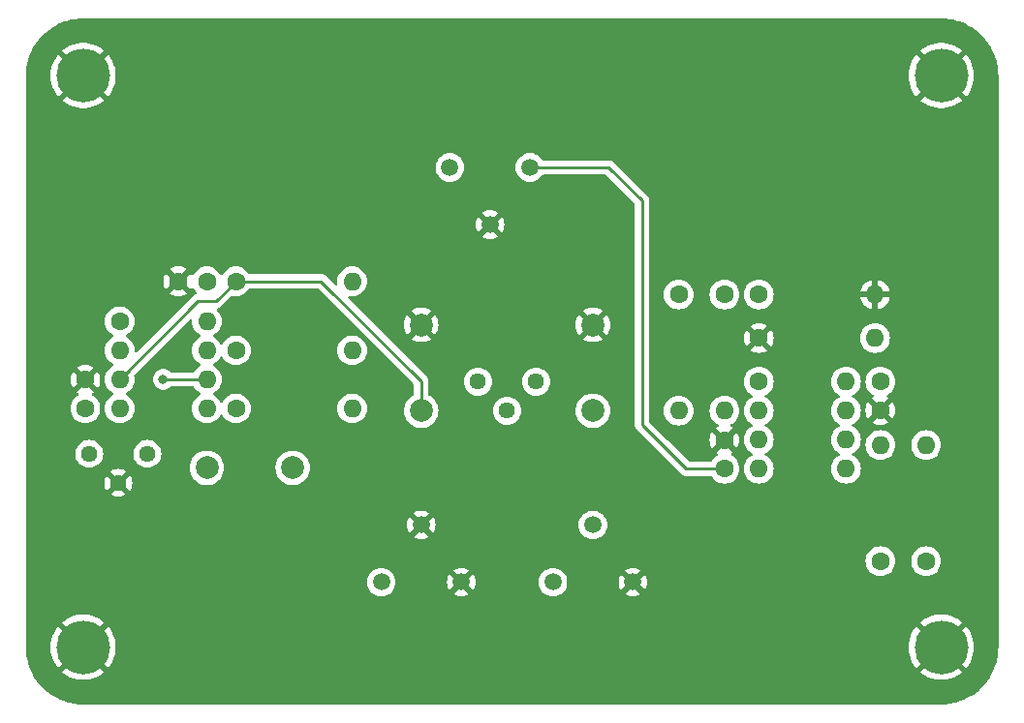
<source format=gbl>
G04 #@! TF.GenerationSoftware,KiCad,Pcbnew,7.0.1*
G04 #@! TF.CreationDate,2023-05-01T00:30:29+02:00*
G04 #@! TF.ProjectId,ChuaCircuits,43687561-4369-4726-9375-6974732e6b69,rev?*
G04 #@! TF.SameCoordinates,Original*
G04 #@! TF.FileFunction,Copper,L2,Bot*
G04 #@! TF.FilePolarity,Positive*
%FSLAX46Y46*%
G04 Gerber Fmt 4.6, Leading zero omitted, Abs format (unit mm)*
G04 Created by KiCad (PCBNEW 7.0.1) date 2023-05-01 00:30:29*
%MOMM*%
%LPD*%
G01*
G04 APERTURE LIST*
G04 #@! TA.AperFunction,ComponentPad*
%ADD10C,4.700000*%
G04 #@! TD*
G04 #@! TA.AperFunction,ComponentPad*
%ADD11C,1.500000*%
G04 #@! TD*
G04 #@! TA.AperFunction,ComponentPad*
%ADD12O,1.600000X1.600000*%
G04 #@! TD*
G04 #@! TA.AperFunction,ComponentPad*
%ADD13C,1.600000*%
G04 #@! TD*
G04 #@! TA.AperFunction,ComponentPad*
%ADD14C,2.000000*%
G04 #@! TD*
G04 #@! TA.AperFunction,ComponentPad*
%ADD15C,1.440000*%
G04 #@! TD*
G04 #@! TA.AperFunction,ViaPad*
%ADD16C,0.800000*%
G04 #@! TD*
G04 #@! TA.AperFunction,Conductor*
%ADD17C,0.250000*%
G04 #@! TD*
G04 APERTURE END LIST*
D10*
X148559999Y-116529999D03*
X73560001Y-116529999D03*
X148559999Y-66530001D03*
X73559998Y-66530000D03*
D11*
X121620000Y-110840000D03*
X118120000Y-105840000D03*
X114620000Y-110840000D03*
X106620000Y-110840000D03*
X103120000Y-105840000D03*
X99620000Y-110840000D03*
D12*
X125620000Y-95840000D03*
D13*
X125620000Y-85680000D03*
X73760000Y-93140000D03*
X73760000Y-95640000D03*
D14*
X118120000Y-88340000D03*
X118120000Y-95840000D03*
D11*
X105620000Y-74560000D03*
X109120000Y-79560000D03*
X112620000Y-74560000D03*
D13*
X84380000Y-84520000D03*
X81880000Y-84520000D03*
D14*
X103120000Y-88340000D03*
X103120000Y-95840000D03*
D15*
X108080000Y-93300000D03*
X110620000Y-95840000D03*
X113160000Y-93300000D03*
D12*
X129620000Y-95840000D03*
D13*
X129620000Y-85680000D03*
D12*
X142780000Y-89490000D03*
D13*
X132620000Y-89490000D03*
X129620000Y-98420000D03*
X129620000Y-100920000D03*
D15*
X74100000Y-99615000D03*
X76640000Y-102155000D03*
X79180000Y-99615000D03*
D12*
X143240000Y-98840000D03*
D13*
X143240000Y-109000000D03*
D12*
X140240000Y-93300000D03*
X140240000Y-95840000D03*
X140240000Y-98380000D03*
X140240000Y-100920000D03*
X132620000Y-100920000D03*
X132620000Y-98380000D03*
X132620000Y-95840000D03*
D13*
X132620000Y-93300000D03*
D12*
X97080000Y-90560000D03*
D13*
X86920000Y-90560000D03*
D12*
X147240000Y-98840000D03*
D13*
X147240000Y-109000000D03*
D12*
X97080000Y-95640000D03*
D13*
X86920000Y-95640000D03*
D14*
X91880000Y-100840000D03*
X84380000Y-100840000D03*
D12*
X97080000Y-84520000D03*
D13*
X86920000Y-84520000D03*
X143240000Y-95800000D03*
X143240000Y-93300000D03*
D12*
X142780000Y-85680000D03*
D13*
X132620000Y-85680000D03*
D12*
X84380000Y-88020000D03*
X84380000Y-90560000D03*
X84380000Y-93100000D03*
X84380000Y-95640000D03*
X76760000Y-95640000D03*
X76760000Y-93100000D03*
X76760000Y-90560000D03*
D13*
X76760000Y-88020000D03*
D16*
X80560000Y-93100000D03*
D17*
X122410000Y-77460000D02*
X119510000Y-74560000D01*
X119510000Y-74560000D02*
X112620000Y-74560000D01*
X80560000Y-93100000D02*
X84380000Y-93100000D01*
X76760000Y-93100000D02*
X83590000Y-86270000D01*
X85170000Y-86270000D02*
X86920000Y-84520000D01*
X83590000Y-86270000D02*
X85170000Y-86270000D01*
X86920000Y-84520000D02*
X94370000Y-84520000D01*
X94370000Y-84520000D02*
X103120000Y-93270000D01*
X103120000Y-93270000D02*
X103120000Y-95840000D01*
X122410000Y-77460000D02*
X122410000Y-97060000D01*
X122410000Y-97060000D02*
X126270000Y-100920000D01*
X126270000Y-100920000D02*
X129620000Y-100920000D01*
G04 #@! TA.AperFunction,Conductor*
G36*
X148562562Y-61530605D02*
G01*
X148777600Y-61539500D01*
X148973455Y-61548052D01*
X148983330Y-61548881D01*
X149196743Y-61575483D01*
X149196793Y-61575490D01*
X149394945Y-61601577D01*
X149404192Y-61603153D01*
X149613521Y-61647044D01*
X149614765Y-61647312D01*
X149810386Y-61690680D01*
X149818901Y-61692889D01*
X150023665Y-61753850D01*
X150025325Y-61754359D01*
X150216696Y-61814698D01*
X150224453Y-61817431D01*
X150423363Y-61895046D01*
X150425513Y-61895911D01*
X150611024Y-61972752D01*
X150617972Y-61975886D01*
X150785903Y-62057982D01*
X150809587Y-62069561D01*
X150812383Y-62070972D01*
X150990420Y-62163652D01*
X150996636Y-62167118D01*
X151179793Y-62276255D01*
X151182929Y-62278187D01*
X151183004Y-62278235D01*
X151352282Y-62386078D01*
X151357710Y-62389741D01*
X151531184Y-62513599D01*
X151534616Y-62516140D01*
X151693912Y-62638372D01*
X151698567Y-62642126D01*
X151861226Y-62779891D01*
X151864838Y-62783072D01*
X152012925Y-62918769D01*
X152016807Y-62922486D01*
X152167512Y-63073191D01*
X152171232Y-63077076D01*
X152306921Y-63225155D01*
X152310107Y-63228772D01*
X152447872Y-63391431D01*
X152451626Y-63396086D01*
X152573858Y-63555382D01*
X152576399Y-63558814D01*
X152700257Y-63732288D01*
X152703920Y-63737716D01*
X152811800Y-63907052D01*
X152813743Y-63910205D01*
X152922880Y-64093362D01*
X152926346Y-64099578D01*
X153019026Y-64277615D01*
X153020437Y-64280411D01*
X153114099Y-64471997D01*
X153117260Y-64479005D01*
X153194051Y-64664395D01*
X153194991Y-64666734D01*
X153206377Y-64695911D01*
X153272559Y-64865523D01*
X153275302Y-64873309D01*
X153335602Y-65064554D01*
X153336186Y-65066460D01*
X153397105Y-65271084D01*
X153399321Y-65279627D01*
X153442671Y-65475166D01*
X153442971Y-65476559D01*
X153486844Y-65685802D01*
X153488422Y-65695062D01*
X153514459Y-65892829D01*
X153514568Y-65893677D01*
X153541114Y-66106641D01*
X153541948Y-66116570D01*
X153550513Y-66312728D01*
X153550525Y-66313013D01*
X153559394Y-66527438D01*
X153559500Y-66532562D01*
X153559500Y-116527438D01*
X153559394Y-116532563D01*
X153550525Y-116746987D01*
X153550513Y-116747271D01*
X153541948Y-116943428D01*
X153541114Y-116953357D01*
X153514568Y-117166321D01*
X153514459Y-117167169D01*
X153488422Y-117364936D01*
X153486844Y-117374196D01*
X153442971Y-117583439D01*
X153442671Y-117584832D01*
X153399321Y-117780371D01*
X153397105Y-117788914D01*
X153336186Y-117993538D01*
X153335602Y-117995444D01*
X153275302Y-118186689D01*
X153272559Y-118194475D01*
X153195008Y-118393224D01*
X153194051Y-118395603D01*
X153117260Y-118580993D01*
X153114099Y-118588001D01*
X153020437Y-118779587D01*
X153019026Y-118782383D01*
X152926346Y-118960420D01*
X152922880Y-118966636D01*
X152813743Y-119149793D01*
X152811800Y-119152946D01*
X152703920Y-119322282D01*
X152700257Y-119327710D01*
X152576399Y-119501184D01*
X152573858Y-119504616D01*
X152451626Y-119663912D01*
X152447872Y-119668567D01*
X152310107Y-119831226D01*
X152306908Y-119834858D01*
X152171254Y-119982899D01*
X152167512Y-119986807D01*
X152016807Y-120137512D01*
X152012899Y-120141254D01*
X151864858Y-120276908D01*
X151861226Y-120280107D01*
X151698567Y-120417872D01*
X151693912Y-120421626D01*
X151534616Y-120543858D01*
X151531184Y-120546399D01*
X151357710Y-120670257D01*
X151352282Y-120673920D01*
X151182946Y-120781800D01*
X151179793Y-120783743D01*
X150996636Y-120892880D01*
X150990420Y-120896346D01*
X150812383Y-120989026D01*
X150809587Y-120990437D01*
X150618001Y-121084099D01*
X150610993Y-121087260D01*
X150425603Y-121164051D01*
X150423224Y-121165008D01*
X150224475Y-121242559D01*
X150216689Y-121245302D01*
X150025444Y-121305602D01*
X150023538Y-121306186D01*
X149818914Y-121367105D01*
X149810371Y-121369321D01*
X149614832Y-121412671D01*
X149613439Y-121412971D01*
X149404196Y-121456844D01*
X149394936Y-121458422D01*
X149197169Y-121484459D01*
X149196321Y-121484568D01*
X148983357Y-121511114D01*
X148973428Y-121511948D01*
X148777381Y-121520508D01*
X148777097Y-121520520D01*
X148562563Y-121529394D01*
X148557438Y-121529500D01*
X73562562Y-121529500D01*
X73557437Y-121529394D01*
X73342901Y-121520520D01*
X73342617Y-121520508D01*
X73146570Y-121511948D01*
X73136641Y-121511114D01*
X72923677Y-121484568D01*
X72922829Y-121484459D01*
X72725062Y-121458422D01*
X72715802Y-121456844D01*
X72506559Y-121412971D01*
X72505166Y-121412671D01*
X72309627Y-121369321D01*
X72301084Y-121367105D01*
X72096460Y-121306186D01*
X72094554Y-121305602D01*
X71903309Y-121245302D01*
X71895523Y-121242559D01*
X71766985Y-121192404D01*
X71696734Y-121164991D01*
X71694395Y-121164051D01*
X71509005Y-121087260D01*
X71501997Y-121084099D01*
X71310411Y-120990437D01*
X71307615Y-120989026D01*
X71129578Y-120896346D01*
X71123362Y-120892880D01*
X70940205Y-120783743D01*
X70937052Y-120781800D01*
X70767716Y-120673920D01*
X70762288Y-120670257D01*
X70588814Y-120546399D01*
X70585382Y-120543858D01*
X70426086Y-120421626D01*
X70421431Y-120417872D01*
X70258772Y-120280107D01*
X70255155Y-120276921D01*
X70107076Y-120141232D01*
X70103191Y-120137512D01*
X69952486Y-119986807D01*
X69948769Y-119982925D01*
X69813072Y-119834838D01*
X69809891Y-119831226D01*
X69672126Y-119668567D01*
X69668372Y-119663912D01*
X69546140Y-119504616D01*
X69543599Y-119501184D01*
X69419741Y-119327710D01*
X69416078Y-119322282D01*
X69308198Y-119152946D01*
X69306255Y-119149793D01*
X69197118Y-118966636D01*
X69193652Y-118960420D01*
X69100972Y-118782383D01*
X69099561Y-118779587D01*
X69087982Y-118755903D01*
X69067624Y-118714260D01*
X71729290Y-118714260D01*
X71729291Y-118714261D01*
X71855217Y-118819925D01*
X72132585Y-119002354D01*
X72429258Y-119151349D01*
X72741221Y-119264894D01*
X73064266Y-119341457D01*
X73394010Y-119379999D01*
X73725992Y-119379999D01*
X74055735Y-119341457D01*
X74378780Y-119264894D01*
X74690743Y-119151349D01*
X74987416Y-119002354D01*
X75264784Y-118819926D01*
X75390709Y-118714261D01*
X75390710Y-118714260D01*
X146729288Y-118714260D01*
X146729289Y-118714261D01*
X146855215Y-118819925D01*
X147132583Y-119002354D01*
X147429256Y-119151349D01*
X147741219Y-119264894D01*
X148064264Y-119341457D01*
X148394008Y-119379999D01*
X148725990Y-119379999D01*
X149055733Y-119341457D01*
X149378778Y-119264894D01*
X149690741Y-119151349D01*
X149987414Y-119002354D01*
X150264782Y-118819926D01*
X150390707Y-118714261D01*
X150390708Y-118714260D01*
X148559999Y-116883552D01*
X146729288Y-118714260D01*
X75390710Y-118714260D01*
X73560001Y-116883552D01*
X71729290Y-118714260D01*
X69067624Y-118714260D01*
X69005886Y-118587972D01*
X69002752Y-118581024D01*
X68925911Y-118395513D01*
X68925046Y-118393363D01*
X68847431Y-118194453D01*
X68844696Y-118186689D01*
X68816970Y-118098753D01*
X68784359Y-117995325D01*
X68783850Y-117993665D01*
X68722889Y-117788901D01*
X68720680Y-117780386D01*
X68677312Y-117584765D01*
X68677027Y-117583439D01*
X68671495Y-117557057D01*
X68633153Y-117374192D01*
X68631576Y-117364936D01*
X68605490Y-117166793D01*
X68605483Y-117166743D01*
X68578881Y-116953330D01*
X68578052Y-116943455D01*
X68569486Y-116747271D01*
X68560605Y-116532562D01*
X68560552Y-116529999D01*
X70705170Y-116529999D01*
X70724474Y-116861425D01*
X70782121Y-117188362D01*
X70877339Y-117506408D01*
X71008833Y-117811246D01*
X71174824Y-118098753D01*
X71372359Y-118364087D01*
X73206448Y-116529999D01*
X73206447Y-116529998D01*
X73913553Y-116529998D01*
X75747641Y-118364087D01*
X75945177Y-118098753D01*
X76111168Y-117811246D01*
X76242662Y-117506408D01*
X76337880Y-117188362D01*
X76395527Y-116861425D01*
X76414831Y-116529999D01*
X145705168Y-116529999D01*
X145724472Y-116861425D01*
X145782119Y-117188362D01*
X145877337Y-117506408D01*
X146008831Y-117811246D01*
X146174822Y-118098753D01*
X146372357Y-118364087D01*
X148206446Y-116529999D01*
X148913552Y-116529999D01*
X150747639Y-118364087D01*
X150945175Y-118098753D01*
X151111166Y-117811246D01*
X151242660Y-117506408D01*
X151337878Y-117188362D01*
X151395525Y-116861425D01*
X151414829Y-116529999D01*
X151395525Y-116198572D01*
X151337878Y-115871635D01*
X151242660Y-115553589D01*
X151111166Y-115248751D01*
X150945175Y-114961244D01*
X150747639Y-114695909D01*
X148913552Y-116529999D01*
X148206446Y-116529999D01*
X146372356Y-114695909D01*
X146174825Y-114961240D01*
X146008831Y-115248751D01*
X145877337Y-115553589D01*
X145782119Y-115871635D01*
X145724472Y-116198572D01*
X145705168Y-116529999D01*
X76414831Y-116529999D01*
X76395527Y-116198572D01*
X76337880Y-115871635D01*
X76242662Y-115553589D01*
X76111168Y-115248751D01*
X75945177Y-114961244D01*
X75747641Y-114695909D01*
X73913553Y-116529998D01*
X73206447Y-116529998D01*
X71372358Y-114695909D01*
X71174827Y-114961240D01*
X71008833Y-115248751D01*
X70877339Y-115553589D01*
X70782121Y-115871635D01*
X70724474Y-116198572D01*
X70705170Y-116529999D01*
X68560552Y-116529999D01*
X68560500Y-116527439D01*
X68560500Y-114345735D01*
X71729290Y-114345735D01*
X73560001Y-116176446D01*
X73560002Y-116176446D01*
X75390710Y-114345736D01*
X75390709Y-114345735D01*
X146729288Y-114345735D01*
X148559999Y-116176446D01*
X148560000Y-116176446D01*
X150390708Y-114345736D01*
X150390707Y-114345735D01*
X150264782Y-114240072D01*
X149987414Y-114057643D01*
X149690741Y-113908648D01*
X149378778Y-113795103D01*
X149055733Y-113718540D01*
X148725990Y-113679999D01*
X148394008Y-113679999D01*
X148064264Y-113718540D01*
X147741219Y-113795103D01*
X147429256Y-113908648D01*
X147132583Y-114057643D01*
X146855215Y-114240071D01*
X146729288Y-114345735D01*
X75390709Y-114345735D01*
X75264784Y-114240072D01*
X74987416Y-114057643D01*
X74690743Y-113908648D01*
X74378780Y-113795103D01*
X74055735Y-113718540D01*
X73725992Y-113679999D01*
X73394010Y-113679999D01*
X73064266Y-113718540D01*
X72741221Y-113795103D01*
X72429258Y-113908648D01*
X72132585Y-114057643D01*
X71855217Y-114240071D01*
X71729290Y-114345735D01*
X68560500Y-114345735D01*
X68560500Y-110839999D01*
X98364722Y-110839999D01*
X98383792Y-111057974D01*
X98440379Y-111269161D01*
X98440425Y-111269330D01*
X98532898Y-111467639D01*
X98658402Y-111646877D01*
X98813123Y-111801598D01*
X98992361Y-111927102D01*
X99190670Y-112019575D01*
X99402023Y-112076207D01*
X99620000Y-112095277D01*
X99837977Y-112076207D01*
X100049330Y-112019575D01*
X100247639Y-111927102D01*
X100310446Y-111883124D01*
X105930426Y-111883124D01*
X105930427Y-111883125D01*
X105992610Y-111926666D01*
X106190840Y-112019102D01*
X106402113Y-112075712D01*
X106620000Y-112094775D01*
X106837886Y-112075712D01*
X107049159Y-112019102D01*
X107247385Y-111926667D01*
X107309572Y-111883124D01*
X106620001Y-111193553D01*
X106620000Y-111193553D01*
X105930426Y-111883124D01*
X100310446Y-111883124D01*
X100426877Y-111801598D01*
X100581598Y-111646877D01*
X100707102Y-111467639D01*
X100799575Y-111269330D01*
X100856207Y-111057977D01*
X100875277Y-110840000D01*
X100875277Y-110839999D01*
X105365224Y-110839999D01*
X105384287Y-111057886D01*
X105440898Y-111269161D01*
X105533331Y-111467386D01*
X105576873Y-111529571D01*
X105576875Y-111529572D01*
X106266447Y-110840001D01*
X106973553Y-110840001D01*
X107663124Y-111529572D01*
X107706667Y-111467385D01*
X107799102Y-111269159D01*
X107855712Y-111057886D01*
X107874775Y-110839999D01*
X113364722Y-110839999D01*
X113383792Y-111057974D01*
X113440379Y-111269161D01*
X113440425Y-111269330D01*
X113532898Y-111467639D01*
X113658402Y-111646877D01*
X113813123Y-111801598D01*
X113992361Y-111927102D01*
X114190670Y-112019575D01*
X114402023Y-112076207D01*
X114620000Y-112095277D01*
X114837977Y-112076207D01*
X115049330Y-112019575D01*
X115247639Y-111927102D01*
X115310446Y-111883124D01*
X120930426Y-111883124D01*
X120930427Y-111883125D01*
X120992610Y-111926666D01*
X121190840Y-112019102D01*
X121402113Y-112075712D01*
X121620000Y-112094775D01*
X121837886Y-112075712D01*
X122049159Y-112019102D01*
X122247385Y-111926667D01*
X122309572Y-111883124D01*
X121620001Y-111193553D01*
X121620000Y-111193553D01*
X120930426Y-111883124D01*
X115310446Y-111883124D01*
X115426877Y-111801598D01*
X115581598Y-111646877D01*
X115707102Y-111467639D01*
X115799575Y-111269330D01*
X115856207Y-111057977D01*
X115875277Y-110840000D01*
X115875277Y-110839999D01*
X120365224Y-110839999D01*
X120384287Y-111057886D01*
X120440898Y-111269161D01*
X120533331Y-111467386D01*
X120576873Y-111529571D01*
X120576875Y-111529572D01*
X121266447Y-110840001D01*
X121973553Y-110840001D01*
X122663124Y-111529572D01*
X122706667Y-111467385D01*
X122799102Y-111269159D01*
X122855712Y-111057886D01*
X122874775Y-110839999D01*
X122855712Y-110622113D01*
X122799102Y-110410840D01*
X122706667Y-110212615D01*
X122663123Y-110150428D01*
X121973553Y-110840000D01*
X121973553Y-110840001D01*
X121266447Y-110840001D01*
X121266447Y-110840000D01*
X120576875Y-110150427D01*
X120576874Y-110150428D01*
X120533333Y-110212611D01*
X120440897Y-110410840D01*
X120384287Y-110622113D01*
X120365224Y-110839999D01*
X115875277Y-110839999D01*
X115856207Y-110622023D01*
X115799575Y-110410670D01*
X115707102Y-110212362D01*
X115581598Y-110033123D01*
X115426877Y-109878402D01*
X115310445Y-109796875D01*
X120930427Y-109796875D01*
X121620000Y-110486447D01*
X121620001Y-110486447D01*
X122309572Y-109796875D01*
X122309571Y-109796873D01*
X122247386Y-109753331D01*
X122049161Y-109660898D01*
X121837886Y-109604287D01*
X121620000Y-109585224D01*
X121402113Y-109604287D01*
X121190840Y-109660897D01*
X120992611Y-109753333D01*
X120930428Y-109796874D01*
X120930427Y-109796875D01*
X115310445Y-109796875D01*
X115247639Y-109752898D01*
X115156205Y-109710261D01*
X115049331Y-109660425D01*
X114837974Y-109603792D01*
X114620000Y-109584722D01*
X114402025Y-109603792D01*
X114190668Y-109660425D01*
X113992361Y-109752898D01*
X113813122Y-109878402D01*
X113658402Y-110033122D01*
X113532898Y-110212361D01*
X113440425Y-110410668D01*
X113383792Y-110622025D01*
X113364722Y-110839999D01*
X107874775Y-110839999D01*
X107855712Y-110622113D01*
X107799102Y-110410840D01*
X107706667Y-110212615D01*
X107663123Y-110150428D01*
X106973553Y-110840000D01*
X106973553Y-110840001D01*
X106266447Y-110840001D01*
X106266447Y-110840000D01*
X105576875Y-110150427D01*
X105576874Y-110150428D01*
X105533333Y-110212611D01*
X105440897Y-110410840D01*
X105384287Y-110622113D01*
X105365224Y-110839999D01*
X100875277Y-110839999D01*
X100856207Y-110622023D01*
X100799575Y-110410670D01*
X100707102Y-110212362D01*
X100581598Y-110033123D01*
X100426877Y-109878402D01*
X100310445Y-109796875D01*
X105930427Y-109796875D01*
X106620000Y-110486447D01*
X106620001Y-110486447D01*
X107309572Y-109796875D01*
X107309571Y-109796873D01*
X107247386Y-109753331D01*
X107049161Y-109660898D01*
X106837886Y-109604287D01*
X106620000Y-109585224D01*
X106402113Y-109604287D01*
X106190840Y-109660897D01*
X105992611Y-109753333D01*
X105930428Y-109796874D01*
X105930427Y-109796875D01*
X100310445Y-109796875D01*
X100247639Y-109752898D01*
X100156205Y-109710261D01*
X100049331Y-109660425D01*
X99837974Y-109603792D01*
X99620000Y-109584722D01*
X99402025Y-109603792D01*
X99190668Y-109660425D01*
X98992361Y-109752898D01*
X98813122Y-109878402D01*
X98658402Y-110033122D01*
X98532898Y-110212361D01*
X98440425Y-110410668D01*
X98383792Y-110622025D01*
X98364722Y-110839999D01*
X68560500Y-110839999D01*
X68560500Y-108999999D01*
X141934531Y-108999999D01*
X141954364Y-109226689D01*
X142013261Y-109446497D01*
X142109432Y-109652735D01*
X142239953Y-109839140D01*
X142400859Y-110000046D01*
X142587264Y-110130567D01*
X142587265Y-110130567D01*
X142587266Y-110130568D01*
X142793504Y-110226739D01*
X143013308Y-110285635D01*
X143240000Y-110305468D01*
X143466692Y-110285635D01*
X143686496Y-110226739D01*
X143892734Y-110130568D01*
X144079139Y-110000047D01*
X144240047Y-109839139D01*
X144370568Y-109652734D01*
X144466739Y-109446496D01*
X144525635Y-109226692D01*
X144545468Y-109000000D01*
X144545468Y-108999999D01*
X145934531Y-108999999D01*
X145954364Y-109226689D01*
X146013261Y-109446497D01*
X146109432Y-109652735D01*
X146239953Y-109839140D01*
X146400859Y-110000046D01*
X146587264Y-110130567D01*
X146587265Y-110130567D01*
X146587266Y-110130568D01*
X146793504Y-110226739D01*
X147013308Y-110285635D01*
X147240000Y-110305468D01*
X147466692Y-110285635D01*
X147686496Y-110226739D01*
X147892734Y-110130568D01*
X148079139Y-110000047D01*
X148240047Y-109839139D01*
X148370568Y-109652734D01*
X148466739Y-109446496D01*
X148525635Y-109226692D01*
X148545468Y-109000000D01*
X148525635Y-108773308D01*
X148466739Y-108553504D01*
X148370568Y-108347266D01*
X148240047Y-108160861D01*
X148240046Y-108160859D01*
X148079140Y-107999953D01*
X147892735Y-107869432D01*
X147686497Y-107773261D01*
X147466689Y-107714364D01*
X147240000Y-107694531D01*
X147013310Y-107714364D01*
X146793502Y-107773261D01*
X146587264Y-107869432D01*
X146400859Y-107999953D01*
X146239953Y-108160859D01*
X146109432Y-108347264D01*
X146013261Y-108553502D01*
X145954364Y-108773310D01*
X145934531Y-108999999D01*
X144545468Y-108999999D01*
X144525635Y-108773308D01*
X144466739Y-108553504D01*
X144370568Y-108347266D01*
X144240047Y-108160861D01*
X144240046Y-108160859D01*
X144079140Y-107999953D01*
X143892735Y-107869432D01*
X143686497Y-107773261D01*
X143466689Y-107714364D01*
X143240000Y-107694531D01*
X143013310Y-107714364D01*
X142793502Y-107773261D01*
X142587264Y-107869432D01*
X142400859Y-107999953D01*
X142239953Y-108160859D01*
X142109432Y-108347264D01*
X142013261Y-108553502D01*
X141954364Y-108773310D01*
X141934531Y-108999999D01*
X68560500Y-108999999D01*
X68560500Y-106883124D01*
X102430426Y-106883124D01*
X102430427Y-106883125D01*
X102492610Y-106926666D01*
X102690840Y-107019102D01*
X102902113Y-107075712D01*
X103120000Y-107094775D01*
X103337886Y-107075712D01*
X103549159Y-107019102D01*
X103747385Y-106926667D01*
X103809572Y-106883124D01*
X103120001Y-106193553D01*
X103120000Y-106193553D01*
X102430426Y-106883124D01*
X68560500Y-106883124D01*
X68560500Y-105839999D01*
X101865224Y-105839999D01*
X101884287Y-106057886D01*
X101940898Y-106269161D01*
X102033331Y-106467386D01*
X102076873Y-106529571D01*
X102076875Y-106529572D01*
X102766447Y-105840001D01*
X102766447Y-105840000D01*
X103473553Y-105840000D01*
X104163124Y-106529572D01*
X104206667Y-106467385D01*
X104299102Y-106269159D01*
X104355712Y-106057886D01*
X104374775Y-105840000D01*
X116864722Y-105840000D01*
X116883792Y-106057974D01*
X116940379Y-106269161D01*
X116940425Y-106269330D01*
X117032898Y-106467639D01*
X117158402Y-106646877D01*
X117313123Y-106801598D01*
X117492361Y-106927102D01*
X117690670Y-107019575D01*
X117902023Y-107076207D01*
X118120000Y-107095277D01*
X118337977Y-107076207D01*
X118549330Y-107019575D01*
X118747639Y-106927102D01*
X118926877Y-106801598D01*
X119081598Y-106646877D01*
X119207102Y-106467639D01*
X119299575Y-106269330D01*
X119356207Y-106057977D01*
X119375277Y-105840000D01*
X119356207Y-105622023D01*
X119299575Y-105410670D01*
X119207102Y-105212362D01*
X119081598Y-105033123D01*
X118926877Y-104878402D01*
X118747639Y-104752898D01*
X118656205Y-104710261D01*
X118549331Y-104660425D01*
X118337974Y-104603792D01*
X118120000Y-104584722D01*
X117902025Y-104603792D01*
X117690668Y-104660425D01*
X117492361Y-104752898D01*
X117313122Y-104878402D01*
X117158402Y-105033122D01*
X117032898Y-105212361D01*
X116940425Y-105410668D01*
X116883792Y-105622025D01*
X116864722Y-105840000D01*
X104374775Y-105840000D01*
X104374775Y-105839999D01*
X104355712Y-105622113D01*
X104299102Y-105410840D01*
X104206667Y-105212615D01*
X104163123Y-105150428D01*
X103473553Y-105840000D01*
X102766447Y-105840000D01*
X102076875Y-105150427D01*
X102076874Y-105150428D01*
X102033333Y-105212611D01*
X101940897Y-105410840D01*
X101884287Y-105622113D01*
X101865224Y-105839999D01*
X68560500Y-105839999D01*
X68560500Y-104796875D01*
X102430427Y-104796875D01*
X103120000Y-105486447D01*
X103120001Y-105486447D01*
X103809572Y-104796875D01*
X103809571Y-104796873D01*
X103747386Y-104753331D01*
X103549161Y-104660898D01*
X103337886Y-104604287D01*
X103120000Y-104585224D01*
X102902113Y-104604287D01*
X102690840Y-104660897D01*
X102492611Y-104753333D01*
X102430428Y-104796874D01*
X102430427Y-104796875D01*
X68560500Y-104796875D01*
X68560500Y-103176583D01*
X75971967Y-103176583D01*
X76027670Y-103215587D01*
X76221138Y-103305802D01*
X76427342Y-103361055D01*
X76640000Y-103379660D01*
X76852657Y-103361055D01*
X77058861Y-103305802D01*
X77252325Y-103215589D01*
X77308030Y-103176583D01*
X76640001Y-102508553D01*
X76640000Y-102508553D01*
X75971967Y-103176583D01*
X68560500Y-103176583D01*
X68560500Y-102155000D01*
X75415339Y-102155000D01*
X75433944Y-102367657D01*
X75489197Y-102573861D01*
X75579410Y-102767326D01*
X75618415Y-102823030D01*
X75618416Y-102823031D01*
X76286447Y-102155001D01*
X76286447Y-102155000D01*
X76993553Y-102155000D01*
X77661583Y-102823030D01*
X77700589Y-102767325D01*
X77790802Y-102573861D01*
X77846055Y-102367657D01*
X77864660Y-102155000D01*
X77846055Y-101942342D01*
X77790802Y-101736138D01*
X77700587Y-101542670D01*
X77661583Y-101486967D01*
X76993553Y-102155000D01*
X76286447Y-102155000D01*
X75618414Y-101486967D01*
X75579411Y-101542672D01*
X75489197Y-101736138D01*
X75433944Y-101942342D01*
X75415339Y-102155000D01*
X68560500Y-102155000D01*
X68560500Y-101133414D01*
X75971967Y-101133414D01*
X76640000Y-101801447D01*
X76640001Y-101801447D01*
X77308031Y-101133416D01*
X77308030Y-101133415D01*
X77252326Y-101094410D01*
X77058861Y-101004197D01*
X76852657Y-100948944D01*
X76640000Y-100930339D01*
X76427342Y-100948944D01*
X76221138Y-101004197D01*
X76027672Y-101094411D01*
X75971967Y-101133414D01*
X68560500Y-101133414D01*
X68560500Y-99614999D01*
X72874837Y-99614999D01*
X72893450Y-99827744D01*
X72948724Y-100034031D01*
X73038979Y-100227582D01*
X73161471Y-100402520D01*
X73312479Y-100553528D01*
X73487417Y-100676020D01*
X73487418Y-100676020D01*
X73487419Y-100676021D01*
X73680970Y-100766276D01*
X73887253Y-100821549D01*
X74100000Y-100840162D01*
X74312747Y-100821549D01*
X74519030Y-100766276D01*
X74712581Y-100676021D01*
X74887519Y-100553529D01*
X75038529Y-100402519D01*
X75161021Y-100227581D01*
X75251276Y-100034030D01*
X75306549Y-99827747D01*
X75325162Y-99615000D01*
X75325162Y-99614999D01*
X77954837Y-99614999D01*
X77973450Y-99827744D01*
X78028724Y-100034031D01*
X78118979Y-100227582D01*
X78241471Y-100402520D01*
X78392479Y-100553528D01*
X78567417Y-100676020D01*
X78567418Y-100676020D01*
X78567419Y-100676021D01*
X78760970Y-100766276D01*
X78967253Y-100821549D01*
X79180000Y-100840162D01*
X79181852Y-100840000D01*
X82874356Y-100840000D01*
X82894891Y-101087816D01*
X82894891Y-101087819D01*
X82894892Y-101087821D01*
X82955937Y-101328881D01*
X83000319Y-101430062D01*
X83055825Y-101556604D01*
X83055827Y-101556607D01*
X83191836Y-101764785D01*
X83360256Y-101947738D01*
X83360259Y-101947740D01*
X83556485Y-102100470D01*
X83556487Y-102100471D01*
X83556491Y-102100474D01*
X83775190Y-102218828D01*
X84010386Y-102299571D01*
X84255665Y-102340500D01*
X84504335Y-102340500D01*
X84749614Y-102299571D01*
X84984810Y-102218828D01*
X85203509Y-102100474D01*
X85399744Y-101947738D01*
X85568164Y-101764785D01*
X85704173Y-101556607D01*
X85804063Y-101328881D01*
X85865108Y-101087821D01*
X85885643Y-100840000D01*
X90374356Y-100840000D01*
X90394891Y-101087816D01*
X90394891Y-101087819D01*
X90394892Y-101087821D01*
X90455937Y-101328881D01*
X90500319Y-101430062D01*
X90555825Y-101556604D01*
X90555827Y-101556607D01*
X90691836Y-101764785D01*
X90860256Y-101947738D01*
X90860259Y-101947740D01*
X91056485Y-102100470D01*
X91056487Y-102100471D01*
X91056491Y-102100474D01*
X91275190Y-102218828D01*
X91510386Y-102299571D01*
X91755665Y-102340500D01*
X92004335Y-102340500D01*
X92249614Y-102299571D01*
X92484810Y-102218828D01*
X92703509Y-102100474D01*
X92899744Y-101947738D01*
X93068164Y-101764785D01*
X93204173Y-101556607D01*
X93304063Y-101328881D01*
X93365108Y-101087821D01*
X93385643Y-100840000D01*
X93365108Y-100592179D01*
X93304063Y-100351119D01*
X93213856Y-100145468D01*
X93204174Y-100123395D01*
X93204173Y-100123393D01*
X93068164Y-99915215D01*
X92899744Y-99732262D01*
X92794053Y-99649999D01*
X92703514Y-99579529D01*
X92703510Y-99579526D01*
X92703509Y-99579526D01*
X92484810Y-99461172D01*
X92484806Y-99461170D01*
X92484805Y-99461170D01*
X92249615Y-99380429D01*
X92004335Y-99339500D01*
X91755665Y-99339500D01*
X91510384Y-99380429D01*
X91275194Y-99461170D01*
X91056485Y-99579529D01*
X90860259Y-99732259D01*
X90860256Y-99732261D01*
X90860256Y-99732262D01*
X90772359Y-99827744D01*
X90691837Y-99915214D01*
X90555825Y-100123395D01*
X90510125Y-100227582D01*
X90455937Y-100351119D01*
X90424945Y-100473504D01*
X90394891Y-100592183D01*
X90374356Y-100840000D01*
X85885643Y-100840000D01*
X85865108Y-100592179D01*
X85804063Y-100351119D01*
X85713856Y-100145468D01*
X85704174Y-100123395D01*
X85704173Y-100123393D01*
X85568164Y-99915215D01*
X85399744Y-99732262D01*
X85294053Y-99649999D01*
X85203514Y-99579529D01*
X85203510Y-99579526D01*
X85203509Y-99579526D01*
X84984810Y-99461172D01*
X84984806Y-99461170D01*
X84984805Y-99461170D01*
X84749615Y-99380429D01*
X84504335Y-99339500D01*
X84255665Y-99339500D01*
X84010384Y-99380429D01*
X83775194Y-99461170D01*
X83556485Y-99579529D01*
X83360259Y-99732259D01*
X83360256Y-99732261D01*
X83360256Y-99732262D01*
X83272359Y-99827744D01*
X83191837Y-99915214D01*
X83055825Y-100123395D01*
X83010125Y-100227582D01*
X82955937Y-100351119D01*
X82924945Y-100473504D01*
X82894891Y-100592183D01*
X82874356Y-100840000D01*
X79181852Y-100840000D01*
X79392747Y-100821549D01*
X79599030Y-100766276D01*
X79792581Y-100676021D01*
X79967519Y-100553529D01*
X80118529Y-100402519D01*
X80241021Y-100227581D01*
X80331276Y-100034030D01*
X80386549Y-99827747D01*
X80405162Y-99615000D01*
X80386549Y-99402253D01*
X80331276Y-99195970D01*
X80241021Y-99002419D01*
X80145728Y-98866326D01*
X80118528Y-98827479D01*
X79967520Y-98676471D01*
X79792582Y-98553979D01*
X79599031Y-98463724D01*
X79392744Y-98408450D01*
X79180000Y-98389837D01*
X78967255Y-98408450D01*
X78760968Y-98463724D01*
X78567417Y-98553979D01*
X78392479Y-98676471D01*
X78241471Y-98827479D01*
X78118979Y-99002417D01*
X78028724Y-99195968D01*
X77973450Y-99402255D01*
X77954837Y-99614999D01*
X75325162Y-99614999D01*
X75306549Y-99402253D01*
X75251276Y-99195970D01*
X75161021Y-99002419D01*
X75065728Y-98866326D01*
X75038528Y-98827479D01*
X74887520Y-98676471D01*
X74712582Y-98553979D01*
X74519031Y-98463724D01*
X74312744Y-98408450D01*
X74100000Y-98389837D01*
X73887255Y-98408450D01*
X73680968Y-98463724D01*
X73487417Y-98553979D01*
X73312479Y-98676471D01*
X73161471Y-98827479D01*
X73038979Y-99002417D01*
X72948724Y-99195968D01*
X72893450Y-99402255D01*
X72874837Y-99614999D01*
X68560500Y-99614999D01*
X68560500Y-95640000D01*
X72454531Y-95640000D01*
X72474364Y-95866689D01*
X72533261Y-96086497D01*
X72629432Y-96292735D01*
X72759953Y-96479140D01*
X72920859Y-96640046D01*
X73107264Y-96770567D01*
X73107265Y-96770567D01*
X73107266Y-96770568D01*
X73313504Y-96866739D01*
X73533308Y-96925635D01*
X73760000Y-96945468D01*
X73986692Y-96925635D01*
X74206496Y-96866739D01*
X74412734Y-96770568D01*
X74599139Y-96640047D01*
X74760047Y-96479139D01*
X74890568Y-96292734D01*
X74986739Y-96086496D01*
X75045635Y-95866692D01*
X75065468Y-95640000D01*
X75454531Y-95640000D01*
X75474364Y-95866689D01*
X75533261Y-96086497D01*
X75629432Y-96292735D01*
X75759953Y-96479140D01*
X75920859Y-96640046D01*
X76107264Y-96770567D01*
X76107265Y-96770567D01*
X76107266Y-96770568D01*
X76313504Y-96866739D01*
X76533308Y-96925635D01*
X76760000Y-96945468D01*
X76986692Y-96925635D01*
X77206496Y-96866739D01*
X77412734Y-96770568D01*
X77599139Y-96640047D01*
X77760047Y-96479139D01*
X77890568Y-96292734D01*
X77986739Y-96086496D01*
X78045635Y-95866692D01*
X78065468Y-95640000D01*
X78045635Y-95413308D01*
X77986739Y-95193504D01*
X77890568Y-94987266D01*
X77840117Y-94915214D01*
X77760046Y-94800859D01*
X77599140Y-94639953D01*
X77412733Y-94509431D01*
X77371727Y-94490310D01*
X77354724Y-94482381D01*
X77302549Y-94436625D01*
X77283129Y-94370000D01*
X77302549Y-94303375D01*
X77354725Y-94257618D01*
X77412734Y-94230568D01*
X77599139Y-94100047D01*
X77760047Y-93939139D01*
X77890568Y-93752734D01*
X77986739Y-93546496D01*
X78045635Y-93326692D01*
X78065468Y-93100000D01*
X78045635Y-92873308D01*
X78027318Y-92804947D01*
X78027318Y-92740764D01*
X78059410Y-92685178D01*
X82867183Y-87877405D01*
X82918608Y-87846506D01*
X82978522Y-87843366D01*
X83032898Y-87868722D01*
X83069004Y-87916637D01*
X83078390Y-87975895D01*
X83074531Y-88019999D01*
X83094364Y-88246689D01*
X83153261Y-88466497D01*
X83249432Y-88672735D01*
X83379953Y-88859140D01*
X83540859Y-89020046D01*
X83727263Y-89150566D01*
X83727266Y-89150568D01*
X83785275Y-89177618D01*
X83837450Y-89223375D01*
X83856869Y-89290000D01*
X83837450Y-89356625D01*
X83785275Y-89402382D01*
X83727263Y-89429433D01*
X83540859Y-89559953D01*
X83379953Y-89720859D01*
X83249432Y-89907264D01*
X83153261Y-90113502D01*
X83094364Y-90333310D01*
X83074531Y-90560000D01*
X83094364Y-90786689D01*
X83153261Y-91006497D01*
X83249432Y-91212735D01*
X83379953Y-91399140D01*
X83540859Y-91560046D01*
X83727263Y-91690566D01*
X83727266Y-91690568D01*
X83785275Y-91717618D01*
X83837450Y-91763375D01*
X83856869Y-91830000D01*
X83837450Y-91896625D01*
X83785275Y-91942382D01*
X83727263Y-91969433D01*
X83540859Y-92099953D01*
X83379953Y-92260859D01*
X83267387Y-92421623D01*
X83223069Y-92460489D01*
X83165812Y-92474500D01*
X81263747Y-92474500D01*
X81213312Y-92463780D01*
X81171598Y-92433473D01*
X81165871Y-92427112D01*
X81012730Y-92315849D01*
X81012729Y-92315848D01*
X81012727Y-92315847D01*
X80839802Y-92238855D01*
X80654648Y-92199500D01*
X80654646Y-92199500D01*
X80465354Y-92199500D01*
X80465352Y-92199500D01*
X80280197Y-92238855D01*
X80107269Y-92315848D01*
X79954129Y-92427110D01*
X79827466Y-92567783D01*
X79732820Y-92731715D01*
X79674326Y-92911742D01*
X79654540Y-93100000D01*
X79674326Y-93288257D01*
X79732820Y-93468284D01*
X79827466Y-93632216D01*
X79954129Y-93772889D01*
X80107269Y-93884151D01*
X80280197Y-93961144D01*
X80465352Y-94000500D01*
X80465354Y-94000500D01*
X80654646Y-94000500D01*
X80654648Y-94000500D01*
X80778084Y-93974262D01*
X80839803Y-93961144D01*
X81012730Y-93884151D01*
X81165871Y-93772888D01*
X81171598Y-93766526D01*
X81213312Y-93736220D01*
X81263747Y-93725500D01*
X83165812Y-93725500D01*
X83223069Y-93739511D01*
X83267387Y-93778377D01*
X83379953Y-93939140D01*
X83540859Y-94100046D01*
X83596692Y-94139140D01*
X83727266Y-94230568D01*
X83785275Y-94257618D01*
X83837450Y-94303375D01*
X83856869Y-94370000D01*
X83837450Y-94436625D01*
X83785275Y-94482381D01*
X83764576Y-94492033D01*
X83727263Y-94509433D01*
X83540859Y-94639953D01*
X83379953Y-94800859D01*
X83249432Y-94987264D01*
X83153261Y-95193502D01*
X83094364Y-95413310D01*
X83074531Y-95640000D01*
X83094364Y-95866689D01*
X83153261Y-96086497D01*
X83249432Y-96292735D01*
X83379953Y-96479140D01*
X83540859Y-96640046D01*
X83727264Y-96770567D01*
X83727265Y-96770567D01*
X83727266Y-96770568D01*
X83933504Y-96866739D01*
X84153308Y-96925635D01*
X84380000Y-96945468D01*
X84606692Y-96925635D01*
X84826496Y-96866739D01*
X85032734Y-96770568D01*
X85219139Y-96640047D01*
X85380047Y-96479139D01*
X85510568Y-96292734D01*
X85537618Y-96234724D01*
X85583375Y-96182549D01*
X85650000Y-96163129D01*
X85716625Y-96182549D01*
X85762381Y-96234724D01*
X85770310Y-96251727D01*
X85789431Y-96292733D01*
X85919953Y-96479140D01*
X86080859Y-96640046D01*
X86267264Y-96770567D01*
X86267265Y-96770567D01*
X86267266Y-96770568D01*
X86473504Y-96866739D01*
X86693308Y-96925635D01*
X86920000Y-96945468D01*
X87146692Y-96925635D01*
X87366496Y-96866739D01*
X87572734Y-96770568D01*
X87759139Y-96640047D01*
X87920047Y-96479139D01*
X88050568Y-96292734D01*
X88146739Y-96086496D01*
X88205635Y-95866692D01*
X88225468Y-95640000D01*
X95774531Y-95640000D01*
X95794364Y-95866689D01*
X95853261Y-96086497D01*
X95949432Y-96292735D01*
X96079953Y-96479140D01*
X96240859Y-96640046D01*
X96427264Y-96770567D01*
X96427265Y-96770567D01*
X96427266Y-96770568D01*
X96633504Y-96866739D01*
X96853308Y-96925635D01*
X97080000Y-96945468D01*
X97306692Y-96925635D01*
X97526496Y-96866739D01*
X97732734Y-96770568D01*
X97919139Y-96640047D01*
X98080047Y-96479139D01*
X98210568Y-96292734D01*
X98306739Y-96086496D01*
X98365635Y-95866692D01*
X98385468Y-95640000D01*
X98365635Y-95413308D01*
X98306739Y-95193504D01*
X98210568Y-94987266D01*
X98160117Y-94915214D01*
X98080046Y-94800859D01*
X97919140Y-94639953D01*
X97732735Y-94509432D01*
X97526497Y-94413261D01*
X97306689Y-94354364D01*
X97080000Y-94334531D01*
X96853310Y-94354364D01*
X96633502Y-94413261D01*
X96427264Y-94509432D01*
X96240859Y-94639953D01*
X96079953Y-94800859D01*
X95949432Y-94987264D01*
X95853261Y-95193502D01*
X95794364Y-95413310D01*
X95774531Y-95640000D01*
X88225468Y-95640000D01*
X88205635Y-95413308D01*
X88146739Y-95193504D01*
X88050568Y-94987266D01*
X88000117Y-94915214D01*
X87920046Y-94800859D01*
X87759140Y-94639953D01*
X87572735Y-94509432D01*
X87366497Y-94413261D01*
X87146689Y-94354364D01*
X86920000Y-94334531D01*
X86693310Y-94354364D01*
X86473502Y-94413261D01*
X86267264Y-94509432D01*
X86080859Y-94639953D01*
X85919953Y-94800859D01*
X85789433Y-94987263D01*
X85762382Y-95045275D01*
X85716625Y-95097450D01*
X85650000Y-95116869D01*
X85583375Y-95097450D01*
X85537618Y-95045275D01*
X85516907Y-95000861D01*
X85510568Y-94987266D01*
X85450494Y-94901471D01*
X85380046Y-94800859D01*
X85219140Y-94639953D01*
X85032733Y-94509431D01*
X84991727Y-94490310D01*
X84974724Y-94482381D01*
X84922549Y-94436625D01*
X84903129Y-94370000D01*
X84922549Y-94303375D01*
X84974725Y-94257618D01*
X85032734Y-94230568D01*
X85219139Y-94100047D01*
X85380047Y-93939139D01*
X85510568Y-93752734D01*
X85606739Y-93546496D01*
X85665635Y-93326692D01*
X85685468Y-93100000D01*
X85665635Y-92873308D01*
X85606739Y-92653504D01*
X85510568Y-92447266D01*
X85500909Y-92433472D01*
X85380046Y-92260859D01*
X85219140Y-92099953D01*
X85032733Y-91969431D01*
X84974725Y-91942382D01*
X84922549Y-91896625D01*
X84903129Y-91830000D01*
X84922549Y-91763375D01*
X84974725Y-91717618D01*
X85032734Y-91690568D01*
X85219139Y-91560047D01*
X85380047Y-91399139D01*
X85510568Y-91212734D01*
X85537618Y-91154724D01*
X85583375Y-91102549D01*
X85650000Y-91083129D01*
X85716625Y-91102549D01*
X85762382Y-91154725D01*
X85789431Y-91212733D01*
X85919953Y-91399140D01*
X86080859Y-91560046D01*
X86267264Y-91690567D01*
X86267265Y-91690567D01*
X86267266Y-91690568D01*
X86473504Y-91786739D01*
X86693308Y-91845635D01*
X86844436Y-91858857D01*
X86919999Y-91865468D01*
X86919999Y-91865467D01*
X86920000Y-91865468D01*
X87146692Y-91845635D01*
X87366496Y-91786739D01*
X87572734Y-91690568D01*
X87759139Y-91560047D01*
X87920047Y-91399139D01*
X88050568Y-91212734D01*
X88146739Y-91006496D01*
X88205635Y-90786692D01*
X88225468Y-90560000D01*
X95774531Y-90560000D01*
X95794364Y-90786689D01*
X95853261Y-91006497D01*
X95949432Y-91212735D01*
X96079953Y-91399140D01*
X96240859Y-91560046D01*
X96427264Y-91690567D01*
X96427265Y-91690567D01*
X96427266Y-91690568D01*
X96633504Y-91786739D01*
X96853308Y-91845635D01*
X97004436Y-91858857D01*
X97079999Y-91865468D01*
X97079999Y-91865467D01*
X97080000Y-91865468D01*
X97306692Y-91845635D01*
X97526496Y-91786739D01*
X97732734Y-91690568D01*
X97919139Y-91560047D01*
X98080047Y-91399139D01*
X98210568Y-91212734D01*
X98306739Y-91006496D01*
X98365635Y-90786692D01*
X98385468Y-90560000D01*
X98365635Y-90333308D01*
X98306739Y-90113504D01*
X98210568Y-89907266D01*
X98163468Y-89840000D01*
X98080046Y-89720859D01*
X97919140Y-89559953D01*
X97732735Y-89429432D01*
X97526497Y-89333261D01*
X97306689Y-89274364D01*
X97079999Y-89254531D01*
X96853310Y-89274364D01*
X96633502Y-89333261D01*
X96427264Y-89429432D01*
X96240859Y-89559953D01*
X96079953Y-89720859D01*
X95949432Y-89907264D01*
X95853261Y-90113502D01*
X95794364Y-90333310D01*
X95774531Y-90560000D01*
X88225468Y-90560000D01*
X88205635Y-90333308D01*
X88146739Y-90113504D01*
X88050568Y-89907266D01*
X88003468Y-89840000D01*
X87920046Y-89720859D01*
X87759140Y-89559953D01*
X87572735Y-89429432D01*
X87366497Y-89333261D01*
X87146689Y-89274364D01*
X86919999Y-89254531D01*
X86693310Y-89274364D01*
X86473502Y-89333261D01*
X86267264Y-89429432D01*
X86080859Y-89559953D01*
X85919953Y-89720859D01*
X85789433Y-89907263D01*
X85762382Y-89965275D01*
X85716625Y-90017450D01*
X85650000Y-90036869D01*
X85583375Y-90017450D01*
X85537618Y-89965275D01*
X85510568Y-89907266D01*
X85380047Y-89720861D01*
X85380046Y-89720859D01*
X85219140Y-89559953D01*
X85032733Y-89429431D01*
X84974725Y-89402382D01*
X84922549Y-89356625D01*
X84903129Y-89290000D01*
X84922549Y-89223375D01*
X84974725Y-89177618D01*
X85032734Y-89150568D01*
X85219139Y-89020047D01*
X85380047Y-88859139D01*
X85510568Y-88672734D01*
X85606739Y-88466496D01*
X85665635Y-88246692D01*
X85685468Y-88020000D01*
X85665635Y-87793308D01*
X85606739Y-87573504D01*
X85510568Y-87367266D01*
X85380047Y-87180861D01*
X85380046Y-87180859D01*
X85283373Y-87084186D01*
X85252253Y-87032035D01*
X85249630Y-86971360D01*
X85276133Y-86916718D01*
X85325405Y-86881213D01*
X85326792Y-86880664D01*
X85367407Y-86864582D01*
X85378444Y-86860803D01*
X85420390Y-86848618D01*
X85437629Y-86838422D01*
X85455102Y-86829862D01*
X85473732Y-86822486D01*
X85509064Y-86796814D01*
X85518830Y-86790400D01*
X85556418Y-86768171D01*
X85556417Y-86768171D01*
X85556420Y-86768170D01*
X85570585Y-86754004D01*
X85585373Y-86741373D01*
X85601587Y-86729594D01*
X85629438Y-86695926D01*
X85637279Y-86687309D01*
X86505178Y-85819410D01*
X86560764Y-85787318D01*
X86624947Y-85787318D01*
X86693308Y-85805635D01*
X86920000Y-85825468D01*
X87146692Y-85805635D01*
X87366496Y-85746739D01*
X87572734Y-85650568D01*
X87759139Y-85520047D01*
X87920047Y-85359139D01*
X87999637Y-85245472D01*
X88032613Y-85198377D01*
X88076931Y-85159511D01*
X88134188Y-85145500D01*
X94059548Y-85145500D01*
X94107001Y-85154939D01*
X94147229Y-85181819D01*
X102458181Y-93492771D01*
X102485061Y-93532999D01*
X102494500Y-93580452D01*
X102494500Y-94398481D01*
X102477023Y-94461955D01*
X102429519Y-94507534D01*
X102379635Y-94534531D01*
X102296485Y-94579529D01*
X102100259Y-94732259D01*
X101931837Y-94915214D01*
X101795825Y-95123395D01*
X101705780Y-95328678D01*
X101695937Y-95351119D01*
X101671797Y-95446446D01*
X101634891Y-95592183D01*
X101614356Y-95840000D01*
X101634891Y-96087816D01*
X101634891Y-96087819D01*
X101634892Y-96087821D01*
X101695937Y-96328881D01*
X101740960Y-96431523D01*
X101795825Y-96556604D01*
X101795827Y-96556607D01*
X101931836Y-96764785D01*
X102100256Y-96947738D01*
X102129587Y-96970567D01*
X102296485Y-97100470D01*
X102296487Y-97100471D01*
X102296491Y-97100474D01*
X102515190Y-97218828D01*
X102750386Y-97299571D01*
X102995665Y-97340500D01*
X103244335Y-97340500D01*
X103489614Y-97299571D01*
X103724810Y-97218828D01*
X103943509Y-97100474D01*
X104139744Y-96947738D01*
X104308164Y-96764785D01*
X104444173Y-96556607D01*
X104544063Y-96328881D01*
X104605108Y-96087821D01*
X104625643Y-95840000D01*
X109394837Y-95840000D01*
X109413450Y-96052744D01*
X109468724Y-96259031D01*
X109558979Y-96452582D01*
X109681471Y-96627520D01*
X109832479Y-96778528D01*
X110007417Y-96901020D01*
X110007418Y-96901020D01*
X110007419Y-96901021D01*
X110200970Y-96991276D01*
X110407253Y-97046549D01*
X110620000Y-97065162D01*
X110832747Y-97046549D01*
X111039030Y-96991276D01*
X111232581Y-96901021D01*
X111407519Y-96778529D01*
X111558529Y-96627519D01*
X111681021Y-96452581D01*
X111771276Y-96259030D01*
X111826549Y-96052747D01*
X111845162Y-95840000D01*
X116614356Y-95840000D01*
X116634891Y-96087816D01*
X116634891Y-96087819D01*
X116634892Y-96087821D01*
X116695937Y-96328881D01*
X116740960Y-96431523D01*
X116795825Y-96556604D01*
X116795827Y-96556607D01*
X116931836Y-96764785D01*
X117100256Y-96947738D01*
X117129587Y-96970567D01*
X117296485Y-97100470D01*
X117296487Y-97100471D01*
X117296491Y-97100474D01*
X117515190Y-97218828D01*
X117750386Y-97299571D01*
X117995665Y-97340500D01*
X118244335Y-97340500D01*
X118489614Y-97299571D01*
X118724810Y-97218828D01*
X118943509Y-97100474D01*
X119139744Y-96947738D01*
X119308164Y-96764785D01*
X119444173Y-96556607D01*
X119544063Y-96328881D01*
X119605108Y-96087821D01*
X119625643Y-95840000D01*
X119605108Y-95592179D01*
X119544063Y-95351119D01*
X119444173Y-95123393D01*
X119308164Y-94915215D01*
X119139744Y-94732262D01*
X119110411Y-94709431D01*
X118943514Y-94579529D01*
X118943510Y-94579526D01*
X118943509Y-94579526D01*
X118724810Y-94461172D01*
X118724806Y-94461170D01*
X118724805Y-94461170D01*
X118489615Y-94380429D01*
X118244335Y-94339500D01*
X117995665Y-94339500D01*
X117750384Y-94380429D01*
X117515194Y-94461170D01*
X117515190Y-94461171D01*
X117515190Y-94461172D01*
X117473660Y-94483647D01*
X117296485Y-94579529D01*
X117100259Y-94732259D01*
X116931837Y-94915214D01*
X116795825Y-95123395D01*
X116705780Y-95328678D01*
X116695937Y-95351119D01*
X116671797Y-95446446D01*
X116634891Y-95592183D01*
X116614356Y-95840000D01*
X111845162Y-95840000D01*
X111826549Y-95627253D01*
X111771276Y-95420970D01*
X111681021Y-95227419D01*
X111657272Y-95193502D01*
X111558528Y-95052479D01*
X111407520Y-94901471D01*
X111232582Y-94778979D01*
X111039031Y-94688724D01*
X110832744Y-94633450D01*
X110620000Y-94614837D01*
X110407255Y-94633450D01*
X110200968Y-94688724D01*
X110007417Y-94778979D01*
X109832479Y-94901471D01*
X109681471Y-95052479D01*
X109558979Y-95227417D01*
X109468724Y-95420968D01*
X109413450Y-95627255D01*
X109394837Y-95840000D01*
X104625643Y-95840000D01*
X104605108Y-95592179D01*
X104544063Y-95351119D01*
X104444173Y-95123393D01*
X104308164Y-94915215D01*
X104139744Y-94732262D01*
X104110411Y-94709431D01*
X103943514Y-94579529D01*
X103943510Y-94579526D01*
X103943509Y-94579526D01*
X103810480Y-94507534D01*
X103762977Y-94461955D01*
X103745500Y-94398481D01*
X103745500Y-93352744D01*
X103747764Y-93332236D01*
X103746751Y-93300000D01*
X106854837Y-93300000D01*
X106873450Y-93512744D01*
X106928724Y-93719031D01*
X107018979Y-93912582D01*
X107141471Y-94087520D01*
X107292479Y-94238528D01*
X107467417Y-94361020D01*
X107467418Y-94361020D01*
X107467419Y-94361021D01*
X107660970Y-94451276D01*
X107867253Y-94506549D01*
X108080000Y-94525162D01*
X108292747Y-94506549D01*
X108499030Y-94451276D01*
X108692581Y-94361021D01*
X108867519Y-94238529D01*
X109018529Y-94087519D01*
X109141021Y-93912581D01*
X109231276Y-93719030D01*
X109286549Y-93512747D01*
X109305162Y-93300000D01*
X111934837Y-93300000D01*
X111953450Y-93512744D01*
X112008724Y-93719031D01*
X112098979Y-93912582D01*
X112221471Y-94087520D01*
X112372479Y-94238528D01*
X112547417Y-94361020D01*
X112547418Y-94361020D01*
X112547419Y-94361021D01*
X112740970Y-94451276D01*
X112947253Y-94506549D01*
X113160000Y-94525162D01*
X113372747Y-94506549D01*
X113579030Y-94451276D01*
X113772581Y-94361021D01*
X113947519Y-94238529D01*
X114098529Y-94087519D01*
X114221021Y-93912581D01*
X114311276Y-93719030D01*
X114366549Y-93512747D01*
X114385162Y-93300000D01*
X114366549Y-93087253D01*
X114311276Y-92880970D01*
X114221021Y-92687419D01*
X114219450Y-92685176D01*
X114098528Y-92512479D01*
X113947520Y-92361471D01*
X113772582Y-92238979D01*
X113579031Y-92148724D01*
X113372744Y-92093450D01*
X113159999Y-92074837D01*
X112947255Y-92093450D01*
X112740968Y-92148724D01*
X112547417Y-92238979D01*
X112372479Y-92361471D01*
X112221471Y-92512479D01*
X112098979Y-92687417D01*
X112008724Y-92880968D01*
X111953450Y-93087255D01*
X111934837Y-93300000D01*
X109305162Y-93300000D01*
X109286549Y-93087253D01*
X109231276Y-92880970D01*
X109141021Y-92687419D01*
X109139450Y-92685176D01*
X109018528Y-92512479D01*
X108867520Y-92361471D01*
X108692582Y-92238979D01*
X108499031Y-92148724D01*
X108292744Y-92093450D01*
X108079999Y-92074837D01*
X107867255Y-92093450D01*
X107660968Y-92148724D01*
X107467417Y-92238979D01*
X107292479Y-92361471D01*
X107141471Y-92512479D01*
X107018979Y-92687417D01*
X106928724Y-92880968D01*
X106873450Y-93087255D01*
X106854837Y-93300000D01*
X103746751Y-93300000D01*
X103745561Y-93262113D01*
X103745500Y-93258219D01*
X103745500Y-93230654D01*
X103745500Y-93230650D01*
X103744997Y-93226670D01*
X103744081Y-93215028D01*
X103742710Y-93171373D01*
X103737118Y-93152126D01*
X103733174Y-93133085D01*
X103730664Y-93113208D01*
X103714579Y-93072583D01*
X103710808Y-93061568D01*
X103698618Y-93019610D01*
X103688414Y-93002355D01*
X103679861Y-92984895D01*
X103672486Y-92966269D01*
X103672486Y-92966268D01*
X103646808Y-92930925D01*
X103640401Y-92921171D01*
X103618170Y-92883580D01*
X103604006Y-92869416D01*
X103591367Y-92854617D01*
X103579595Y-92838413D01*
X103545941Y-92810573D01*
X103537299Y-92802709D01*
X100298201Y-89563610D01*
X102249942Y-89563610D01*
X102296766Y-89600055D01*
X102515393Y-89718368D01*
X102750506Y-89799083D01*
X102995707Y-89840000D01*
X103244293Y-89840000D01*
X103489493Y-89799083D01*
X103724606Y-89718368D01*
X103943233Y-89600053D01*
X103990055Y-89563610D01*
X117249942Y-89563610D01*
X117296766Y-89600055D01*
X117515393Y-89718368D01*
X117750506Y-89799083D01*
X117995707Y-89840000D01*
X118244293Y-89840000D01*
X118489493Y-89799083D01*
X118724606Y-89718368D01*
X118943233Y-89600053D01*
X118990056Y-89563609D01*
X118120000Y-88693553D01*
X117249942Y-89563609D01*
X117249942Y-89563610D01*
X103990055Y-89563610D01*
X103990056Y-89563609D01*
X103120000Y-88693553D01*
X102249942Y-89563609D01*
X102249942Y-89563610D01*
X100298201Y-89563610D01*
X99074590Y-88339999D01*
X101614858Y-88339999D01*
X101635386Y-88587732D01*
X101696413Y-88828721D01*
X101796268Y-89056370D01*
X101896563Y-89209882D01*
X101896564Y-89209882D01*
X102766447Y-88340001D01*
X103473553Y-88340001D01*
X104343434Y-89209882D01*
X104443730Y-89056369D01*
X104543586Y-88828721D01*
X104604613Y-88587732D01*
X104625141Y-88339999D01*
X116614858Y-88339999D01*
X116635386Y-88587732D01*
X116696413Y-88828721D01*
X116796268Y-89056370D01*
X116896563Y-89209882D01*
X116896564Y-89209882D01*
X117766447Y-88340001D01*
X118473553Y-88340001D01*
X119343434Y-89209882D01*
X119443730Y-89056369D01*
X119543586Y-88828721D01*
X119604613Y-88587732D01*
X119625141Y-88339999D01*
X119604613Y-88092267D01*
X119543586Y-87851278D01*
X119443730Y-87623630D01*
X119343434Y-87470116D01*
X118473553Y-88340000D01*
X118473553Y-88340001D01*
X117766447Y-88340001D01*
X117766447Y-88340000D01*
X116896564Y-87470116D01*
X116796266Y-87623634D01*
X116696413Y-87851278D01*
X116635386Y-88092267D01*
X116614858Y-88339999D01*
X104625141Y-88339999D01*
X104604613Y-88092267D01*
X104543586Y-87851278D01*
X104443730Y-87623630D01*
X104343434Y-87470116D01*
X103473553Y-88340000D01*
X103473553Y-88340001D01*
X102766447Y-88340001D01*
X102766447Y-88340000D01*
X101896564Y-87470116D01*
X101796266Y-87623634D01*
X101696413Y-87851278D01*
X101635386Y-88092267D01*
X101614858Y-88339999D01*
X99074590Y-88339999D01*
X97850981Y-87116390D01*
X102249942Y-87116390D01*
X103120000Y-87986447D01*
X103120001Y-87986447D01*
X103990057Y-87116390D01*
X117249942Y-87116390D01*
X118120000Y-87986447D01*
X118120001Y-87986447D01*
X118990057Y-87116390D01*
X118990056Y-87116388D01*
X118943235Y-87079947D01*
X118724606Y-86961631D01*
X118489493Y-86880916D01*
X118244293Y-86840000D01*
X117995707Y-86840000D01*
X117750506Y-86880916D01*
X117515393Y-86961631D01*
X117296764Y-87079946D01*
X117249942Y-87116388D01*
X117249942Y-87116390D01*
X103990057Y-87116390D01*
X103990056Y-87116388D01*
X103943235Y-87079947D01*
X103724606Y-86961631D01*
X103489493Y-86880916D01*
X103244293Y-86840000D01*
X102995707Y-86840000D01*
X102750506Y-86880916D01*
X102515393Y-86961631D01*
X102296764Y-87079946D01*
X102249942Y-87116388D01*
X102249942Y-87116390D01*
X97850981Y-87116390D01*
X96751111Y-86016520D01*
X96720210Y-85965093D01*
X96717070Y-85905179D01*
X96742426Y-85850803D01*
X96790341Y-85814696D01*
X96849599Y-85805311D01*
X97080000Y-85825468D01*
X97306692Y-85805635D01*
X97526496Y-85746739D01*
X97732734Y-85650568D01*
X97919139Y-85520047D01*
X98080047Y-85359139D01*
X98210568Y-85172734D01*
X98306739Y-84966496D01*
X98365635Y-84746692D01*
X98385468Y-84520000D01*
X98365635Y-84293308D01*
X98306739Y-84073504D01*
X98210568Y-83867266D01*
X98159635Y-83794526D01*
X98080046Y-83680859D01*
X97919140Y-83519953D01*
X97732735Y-83389432D01*
X97526497Y-83293261D01*
X97306689Y-83234364D01*
X97080000Y-83214531D01*
X96853310Y-83234364D01*
X96633502Y-83293261D01*
X96427264Y-83389432D01*
X96240859Y-83519953D01*
X96079953Y-83680859D01*
X95949432Y-83867264D01*
X95853261Y-84073502D01*
X95794364Y-84293310D01*
X95774531Y-84520000D01*
X95794688Y-84750400D01*
X95785302Y-84809658D01*
X95749196Y-84857573D01*
X95694820Y-84882929D01*
X95634906Y-84879789D01*
X95583479Y-84848888D01*
X94870802Y-84136211D01*
X94857906Y-84120113D01*
X94806775Y-84072098D01*
X94803978Y-84069387D01*
X94784470Y-84049879D01*
X94781290Y-84047412D01*
X94772424Y-84039839D01*
X94740582Y-84009938D01*
X94723024Y-84000285D01*
X94706764Y-83989604D01*
X94690936Y-83977327D01*
X94650851Y-83959980D01*
X94640361Y-83954841D01*
X94602091Y-83933802D01*
X94582691Y-83928821D01*
X94564284Y-83922519D01*
X94545897Y-83914562D01*
X94502758Y-83907729D01*
X94491324Y-83905361D01*
X94449019Y-83894500D01*
X94428984Y-83894500D01*
X94409586Y-83892973D01*
X94402162Y-83891797D01*
X94389805Y-83889840D01*
X94389804Y-83889840D01*
X94356751Y-83892964D01*
X94346325Y-83893950D01*
X94334656Y-83894500D01*
X88134188Y-83894500D01*
X88076931Y-83880489D01*
X88032613Y-83841623D01*
X87920046Y-83680859D01*
X87759140Y-83519953D01*
X87572735Y-83389432D01*
X87366497Y-83293261D01*
X87146689Y-83234364D01*
X86920000Y-83214531D01*
X86693310Y-83234364D01*
X86473502Y-83293261D01*
X86267264Y-83389432D01*
X86080859Y-83519953D01*
X85919953Y-83680859D01*
X85789433Y-83867263D01*
X85762382Y-83925275D01*
X85716625Y-83977450D01*
X85650000Y-83996869D01*
X85583375Y-83977450D01*
X85537618Y-83925275D01*
X85536333Y-83922519D01*
X85510568Y-83867266D01*
X85459636Y-83794527D01*
X85380046Y-83680859D01*
X85219140Y-83519953D01*
X85032735Y-83389432D01*
X84826497Y-83293261D01*
X84606689Y-83234364D01*
X84380000Y-83214531D01*
X84153310Y-83234364D01*
X83933502Y-83293261D01*
X83727264Y-83389432D01*
X83540859Y-83519953D01*
X83379953Y-83680859D01*
X83249429Y-83867268D01*
X83242104Y-83882978D01*
X83196347Y-83935152D01*
X83129722Y-83954570D01*
X83063098Y-83935150D01*
X83017342Y-83882975D01*
X83010133Y-83867515D01*
X82959025Y-83794526D01*
X82233553Y-84520000D01*
X82233553Y-84520001D01*
X82959025Y-85245472D01*
X83010131Y-85172484D01*
X83017340Y-85157026D01*
X83063097Y-85104849D01*
X83129722Y-85085428D01*
X83196348Y-85104847D01*
X83242106Y-85157023D01*
X83249432Y-85172735D01*
X83379953Y-85359140D01*
X83476626Y-85455813D01*
X83507746Y-85507965D01*
X83510369Y-85568639D01*
X83483866Y-85623282D01*
X83434594Y-85658786D01*
X83392603Y-85675412D01*
X83381554Y-85679194D01*
X83339610Y-85691382D01*
X83339607Y-85691383D01*
X83322365Y-85701579D01*
X83304904Y-85710133D01*
X83286267Y-85717512D01*
X83250931Y-85743185D01*
X83241174Y-85749595D01*
X83203580Y-85771829D01*
X83189413Y-85785996D01*
X83174624Y-85798626D01*
X83158413Y-85810404D01*
X83130572Y-85844058D01*
X83122711Y-85852697D01*
X78272819Y-90702588D01*
X78221392Y-90733489D01*
X78161477Y-90736629D01*
X78107102Y-90711273D01*
X78070995Y-90663357D01*
X78061610Y-90604099D01*
X78065468Y-90559999D01*
X78045635Y-90333310D01*
X78045635Y-90333308D01*
X77986739Y-90113504D01*
X77890568Y-89907266D01*
X77843468Y-89840000D01*
X77760046Y-89720859D01*
X77599140Y-89559953D01*
X77412733Y-89429431D01*
X77354725Y-89402382D01*
X77302549Y-89356625D01*
X77283129Y-89290000D01*
X77302549Y-89223375D01*
X77354725Y-89177618D01*
X77412734Y-89150568D01*
X77599139Y-89020047D01*
X77760047Y-88859139D01*
X77890568Y-88672734D01*
X77986739Y-88466496D01*
X78045635Y-88246692D01*
X78065468Y-88020000D01*
X78045635Y-87793308D01*
X77986739Y-87573504D01*
X77890568Y-87367266D01*
X77760047Y-87180861D01*
X77760046Y-87180859D01*
X77599140Y-87019953D01*
X77412735Y-86889432D01*
X77206497Y-86793261D01*
X76986689Y-86734364D01*
X76760000Y-86714531D01*
X76533310Y-86734364D01*
X76313502Y-86793261D01*
X76107264Y-86889432D01*
X75920859Y-87019953D01*
X75759953Y-87180859D01*
X75629432Y-87367264D01*
X75533261Y-87573502D01*
X75474364Y-87793310D01*
X75454531Y-88020000D01*
X75474364Y-88246689D01*
X75533261Y-88466497D01*
X75629432Y-88672735D01*
X75759953Y-88859140D01*
X75920859Y-89020046D01*
X76107263Y-89150566D01*
X76107266Y-89150568D01*
X76165275Y-89177618D01*
X76217450Y-89223375D01*
X76236869Y-89290000D01*
X76217450Y-89356625D01*
X76165275Y-89402382D01*
X76107263Y-89429433D01*
X75920859Y-89559953D01*
X75759953Y-89720859D01*
X75629432Y-89907264D01*
X75533261Y-90113502D01*
X75474364Y-90333310D01*
X75454531Y-90560000D01*
X75474364Y-90786689D01*
X75533261Y-91006497D01*
X75629432Y-91212735D01*
X75759953Y-91399140D01*
X75920859Y-91560046D01*
X76107263Y-91690566D01*
X76107266Y-91690568D01*
X76165275Y-91717618D01*
X76217450Y-91763375D01*
X76236869Y-91830000D01*
X76217450Y-91896625D01*
X76165275Y-91942382D01*
X76107263Y-91969433D01*
X75920859Y-92099953D01*
X75759953Y-92260859D01*
X75629432Y-92447264D01*
X75533261Y-92653502D01*
X75474364Y-92873310D01*
X75454531Y-93100000D01*
X75474364Y-93326689D01*
X75533261Y-93546497D01*
X75629432Y-93752735D01*
X75759953Y-93939140D01*
X75920859Y-94100046D01*
X75976692Y-94139140D01*
X76107266Y-94230568D01*
X76165275Y-94257618D01*
X76217450Y-94303375D01*
X76236869Y-94370000D01*
X76217450Y-94436625D01*
X76165275Y-94482381D01*
X76144576Y-94492033D01*
X76107263Y-94509433D01*
X75920859Y-94639953D01*
X75759953Y-94800859D01*
X75629432Y-94987264D01*
X75533261Y-95193502D01*
X75474364Y-95413310D01*
X75454531Y-95640000D01*
X75065468Y-95640000D01*
X75045635Y-95413308D01*
X74986739Y-95193504D01*
X74890568Y-94987266D01*
X74840117Y-94915214D01*
X74760046Y-94800859D01*
X74599140Y-94639953D01*
X74412735Y-94509432D01*
X74397023Y-94502106D01*
X74344847Y-94456348D01*
X74325428Y-94389722D01*
X74344849Y-94323097D01*
X74397026Y-94277340D01*
X74412484Y-94270131D01*
X74485472Y-94219025D01*
X73760001Y-93493553D01*
X73760000Y-93493553D01*
X73034526Y-94219025D01*
X73034526Y-94219026D01*
X73107515Y-94270133D01*
X73122975Y-94277342D01*
X73175150Y-94323098D01*
X73194570Y-94389722D01*
X73175152Y-94456347D01*
X73122978Y-94502104D01*
X73107268Y-94509429D01*
X72920859Y-94639953D01*
X72759953Y-94800859D01*
X72629432Y-94987264D01*
X72533261Y-95193502D01*
X72474364Y-95413310D01*
X72454531Y-95640000D01*
X68560500Y-95640000D01*
X68560500Y-93140000D01*
X72455033Y-93140000D01*
X72474858Y-93366602D01*
X72533733Y-93586326D01*
X72629866Y-93792484D01*
X72680972Y-93865471D01*
X72680974Y-93865472D01*
X73406446Y-93140001D01*
X74113553Y-93140001D01*
X74839025Y-93865472D01*
X74890134Y-93792480D01*
X74986266Y-93586326D01*
X75045141Y-93366602D01*
X75064966Y-93139999D01*
X75045141Y-92913397D01*
X74986266Y-92693673D01*
X74890133Y-92487515D01*
X74839025Y-92414526D01*
X74113553Y-93140000D01*
X74113553Y-93140001D01*
X73406446Y-93140001D01*
X73406446Y-93140000D01*
X72680973Y-92414526D01*
X72680973Y-92414527D01*
X72629865Y-92487516D01*
X72533733Y-92693672D01*
X72474858Y-92913397D01*
X72455033Y-93140000D01*
X68560500Y-93140000D01*
X68560500Y-92060973D01*
X73034526Y-92060973D01*
X73760000Y-92786446D01*
X73760001Y-92786446D01*
X74485472Y-92060974D01*
X74485471Y-92060972D01*
X74412484Y-92009866D01*
X74206326Y-91913733D01*
X73986602Y-91854858D01*
X73760000Y-91835033D01*
X73533397Y-91854858D01*
X73313672Y-91913733D01*
X73107516Y-92009865D01*
X73034527Y-92060973D01*
X73034526Y-92060973D01*
X68560500Y-92060973D01*
X68560500Y-85599026D01*
X81154526Y-85599026D01*
X81227515Y-85650133D01*
X81433673Y-85746266D01*
X81653397Y-85805141D01*
X81880000Y-85824966D01*
X82106602Y-85805141D01*
X82326326Y-85746266D01*
X82532480Y-85650134D01*
X82605472Y-85599025D01*
X81880001Y-84873553D01*
X81880000Y-84873553D01*
X81154526Y-85599025D01*
X81154526Y-85599026D01*
X68560500Y-85599026D01*
X68560500Y-84519999D01*
X80575033Y-84519999D01*
X80594858Y-84746602D01*
X80653733Y-84966326D01*
X80749866Y-85172484D01*
X80800972Y-85245471D01*
X80800974Y-85245472D01*
X81526446Y-84520001D01*
X81526446Y-84520000D01*
X80800973Y-83794526D01*
X80800973Y-83794527D01*
X80749865Y-83867516D01*
X80653733Y-84073672D01*
X80594858Y-84293397D01*
X80575033Y-84519999D01*
X68560500Y-84519999D01*
X68560500Y-83440973D01*
X81154526Y-83440973D01*
X81880000Y-84166446D01*
X81880001Y-84166446D01*
X82605472Y-83440974D01*
X82605471Y-83440972D01*
X82532484Y-83389866D01*
X82326326Y-83293733D01*
X82106602Y-83234858D01*
X81880000Y-83215033D01*
X81653397Y-83234858D01*
X81433672Y-83293733D01*
X81227516Y-83389865D01*
X81154527Y-83440973D01*
X81154526Y-83440973D01*
X68560500Y-83440973D01*
X68560500Y-80603124D01*
X108430426Y-80603124D01*
X108430427Y-80603125D01*
X108492610Y-80646666D01*
X108690840Y-80739102D01*
X108902113Y-80795712D01*
X109120000Y-80814775D01*
X109337886Y-80795712D01*
X109549159Y-80739102D01*
X109747385Y-80646667D01*
X109809572Y-80603124D01*
X109120001Y-79913553D01*
X109120000Y-79913553D01*
X108430426Y-80603124D01*
X68560500Y-80603124D01*
X68560500Y-79560000D01*
X107865224Y-79560000D01*
X107884287Y-79777886D01*
X107940898Y-79989161D01*
X108033331Y-80187386D01*
X108076873Y-80249571D01*
X108076875Y-80249572D01*
X108766447Y-79560001D01*
X109473553Y-79560001D01*
X110163124Y-80249572D01*
X110206667Y-80187385D01*
X110299102Y-79989159D01*
X110355712Y-79777886D01*
X110374775Y-79560000D01*
X110355712Y-79342113D01*
X110299102Y-79130840D01*
X110206667Y-78932615D01*
X110163123Y-78870428D01*
X109473553Y-79560000D01*
X109473553Y-79560001D01*
X108766447Y-79560001D01*
X108766447Y-79560000D01*
X108076875Y-78870427D01*
X108076874Y-78870428D01*
X108033333Y-78932611D01*
X107940897Y-79130840D01*
X107884287Y-79342113D01*
X107865224Y-79560000D01*
X68560500Y-79560000D01*
X68560500Y-78516875D01*
X108430427Y-78516875D01*
X109120000Y-79206447D01*
X109120001Y-79206447D01*
X109809572Y-78516875D01*
X109809571Y-78516873D01*
X109747386Y-78473331D01*
X109549161Y-78380898D01*
X109337886Y-78324287D01*
X109120000Y-78305224D01*
X108902113Y-78324287D01*
X108690840Y-78380897D01*
X108492611Y-78473333D01*
X108430428Y-78516874D01*
X108430427Y-78516875D01*
X68560500Y-78516875D01*
X68560500Y-74559999D01*
X104364722Y-74559999D01*
X104383792Y-74777974D01*
X104383793Y-74777977D01*
X104440425Y-74989330D01*
X104532898Y-75187639D01*
X104658402Y-75366877D01*
X104813123Y-75521598D01*
X104992361Y-75647102D01*
X105190670Y-75739575D01*
X105402023Y-75796207D01*
X105620000Y-75815277D01*
X105837977Y-75796207D01*
X106049330Y-75739575D01*
X106247639Y-75647102D01*
X106426877Y-75521598D01*
X106581598Y-75366877D01*
X106707102Y-75187639D01*
X106799575Y-74989330D01*
X106856207Y-74777977D01*
X106875277Y-74560000D01*
X106875277Y-74559999D01*
X111364722Y-74559999D01*
X111383792Y-74777974D01*
X111383793Y-74777977D01*
X111440425Y-74989330D01*
X111532898Y-75187639D01*
X111658402Y-75366877D01*
X111813123Y-75521598D01*
X111992361Y-75647102D01*
X112190670Y-75739575D01*
X112402023Y-75796207D01*
X112620000Y-75815277D01*
X112837977Y-75796207D01*
X113049330Y-75739575D01*
X113247639Y-75647102D01*
X113426877Y-75521598D01*
X113581598Y-75366877D01*
X113671576Y-75238375D01*
X113715892Y-75199511D01*
X113773149Y-75185500D01*
X119199548Y-75185500D01*
X119247001Y-75194939D01*
X119287229Y-75221819D01*
X121748181Y-77682772D01*
X121775061Y-77723000D01*
X121784500Y-77770453D01*
X121784500Y-96977256D01*
X121782235Y-96997762D01*
X121784439Y-97067873D01*
X121784500Y-97071768D01*
X121784500Y-97099349D01*
X121785003Y-97103334D01*
X121785918Y-97114967D01*
X121787290Y-97158626D01*
X121792879Y-97177860D01*
X121796825Y-97196916D01*
X121799335Y-97216792D01*
X121815414Y-97257404D01*
X121819197Y-97268451D01*
X121831382Y-97310391D01*
X121841580Y-97327635D01*
X121850136Y-97345100D01*
X121857514Y-97363732D01*
X121857515Y-97363733D01*
X121883180Y-97399059D01*
X121889593Y-97408822D01*
X121911826Y-97446416D01*
X121911829Y-97446419D01*
X121911830Y-97446420D01*
X121925995Y-97460585D01*
X121938627Y-97475375D01*
X121950406Y-97491587D01*
X121984058Y-97519426D01*
X121992699Y-97527289D01*
X125769196Y-101303787D01*
X125782096Y-101319888D01*
X125784213Y-101321876D01*
X125784214Y-101321877D01*
X125831728Y-101366496D01*
X125833223Y-101367900D01*
X125836020Y-101370611D01*
X125855529Y-101390120D01*
X125858711Y-101392588D01*
X125867571Y-101400155D01*
X125899418Y-101430062D01*
X125916970Y-101439711D01*
X125933238Y-101450397D01*
X125949064Y-101462673D01*
X125989146Y-101480017D01*
X125999633Y-101485155D01*
X126037907Y-101506197D01*
X126046410Y-101508379D01*
X126057308Y-101511178D01*
X126075713Y-101517478D01*
X126094104Y-101525437D01*
X126137250Y-101532270D01*
X126148668Y-101534635D01*
X126190981Y-101545500D01*
X126211016Y-101545500D01*
X126230415Y-101547027D01*
X126250196Y-101550160D01*
X126293674Y-101546050D01*
X126305344Y-101545500D01*
X128405812Y-101545500D01*
X128463069Y-101559511D01*
X128507387Y-101598377D01*
X128619953Y-101759140D01*
X128780859Y-101920046D01*
X128967264Y-102050567D01*
X128967265Y-102050567D01*
X128967266Y-102050568D01*
X129173504Y-102146739D01*
X129393308Y-102205635D01*
X129620000Y-102225468D01*
X129846692Y-102205635D01*
X130066496Y-102146739D01*
X130272734Y-102050568D01*
X130459139Y-101920047D01*
X130620047Y-101759139D01*
X130750568Y-101572734D01*
X130846739Y-101366496D01*
X130905635Y-101146692D01*
X130925468Y-100920000D01*
X130925468Y-100919999D01*
X131314531Y-100919999D01*
X131334364Y-101146689D01*
X131393261Y-101366497D01*
X131489432Y-101572735D01*
X131619953Y-101759140D01*
X131780859Y-101920046D01*
X131967264Y-102050567D01*
X131967265Y-102050567D01*
X131967266Y-102050568D01*
X132173504Y-102146739D01*
X132393308Y-102205635D01*
X132620000Y-102225468D01*
X132846692Y-102205635D01*
X133066496Y-102146739D01*
X133272734Y-102050568D01*
X133459139Y-101920047D01*
X133620047Y-101759139D01*
X133750568Y-101572734D01*
X133846739Y-101366496D01*
X133905635Y-101146692D01*
X133925468Y-100920000D01*
X133925468Y-100919999D01*
X138934531Y-100919999D01*
X138954364Y-101146689D01*
X139013261Y-101366497D01*
X139109432Y-101572735D01*
X139239953Y-101759140D01*
X139400859Y-101920046D01*
X139587264Y-102050567D01*
X139587265Y-102050567D01*
X139587266Y-102050568D01*
X139793504Y-102146739D01*
X140013308Y-102205635D01*
X140240000Y-102225468D01*
X140466692Y-102205635D01*
X140686496Y-102146739D01*
X140892734Y-102050568D01*
X141079139Y-101920047D01*
X141240047Y-101759139D01*
X141370568Y-101572734D01*
X141466739Y-101366496D01*
X141525635Y-101146692D01*
X141545468Y-100920000D01*
X141525635Y-100693308D01*
X141466739Y-100473504D01*
X141370568Y-100267266D01*
X141342781Y-100227582D01*
X141240046Y-100080859D01*
X141079140Y-99919953D01*
X140892732Y-99789430D01*
X140834724Y-99762380D01*
X140782549Y-99716623D01*
X140763130Y-99649997D01*
X140782550Y-99583373D01*
X140834721Y-99537619D01*
X140892734Y-99510568D01*
X141079139Y-99380047D01*
X141240047Y-99219139D01*
X141370568Y-99032734D01*
X141460442Y-98839999D01*
X141934531Y-98839999D01*
X141954364Y-99066689D01*
X142013261Y-99286497D01*
X142109432Y-99492735D01*
X142239953Y-99679140D01*
X142400859Y-99840046D01*
X142587264Y-99970567D01*
X142587265Y-99970567D01*
X142587266Y-99970568D01*
X142793504Y-100066739D01*
X143013308Y-100125635D01*
X143240000Y-100145468D01*
X143466692Y-100125635D01*
X143686496Y-100066739D01*
X143892734Y-99970568D01*
X144079139Y-99840047D01*
X144240047Y-99679139D01*
X144370568Y-99492734D01*
X144466739Y-99286496D01*
X144525635Y-99066692D01*
X144545468Y-98840000D01*
X145934531Y-98840000D01*
X145954364Y-99066689D01*
X146013261Y-99286497D01*
X146109432Y-99492735D01*
X146239953Y-99679140D01*
X146400859Y-99840046D01*
X146587264Y-99970567D01*
X146587265Y-99970567D01*
X146587266Y-99970568D01*
X146793504Y-100066739D01*
X147013308Y-100125635D01*
X147240000Y-100145468D01*
X147466692Y-100125635D01*
X147686496Y-100066739D01*
X147892734Y-99970568D01*
X148079139Y-99840047D01*
X148240047Y-99679139D01*
X148370568Y-99492734D01*
X148466739Y-99286496D01*
X148525635Y-99066692D01*
X148545468Y-98840000D01*
X148525635Y-98613308D01*
X148466739Y-98393504D01*
X148370568Y-98187266D01*
X148240047Y-98000861D01*
X148240046Y-98000859D01*
X148079140Y-97839953D01*
X147892735Y-97709432D01*
X147686497Y-97613261D01*
X147466689Y-97554364D01*
X147240000Y-97534531D01*
X147013310Y-97554364D01*
X146793502Y-97613261D01*
X146587264Y-97709432D01*
X146400859Y-97839953D01*
X146239953Y-98000859D01*
X146109432Y-98187264D01*
X146013261Y-98393502D01*
X145954364Y-98613310D01*
X145934531Y-98840000D01*
X144545468Y-98840000D01*
X144525635Y-98613308D01*
X144466739Y-98393504D01*
X144370568Y-98187266D01*
X144240047Y-98000861D01*
X144240046Y-98000859D01*
X144079140Y-97839953D01*
X143892735Y-97709432D01*
X143686497Y-97613261D01*
X143466689Y-97554364D01*
X143240000Y-97534531D01*
X143013310Y-97554364D01*
X142793502Y-97613261D01*
X142587264Y-97709432D01*
X142400859Y-97839953D01*
X142239953Y-98000859D01*
X142109432Y-98187264D01*
X142013261Y-98393502D01*
X141954364Y-98613310D01*
X141934531Y-98839999D01*
X141460442Y-98839999D01*
X141466739Y-98826496D01*
X141525635Y-98606692D01*
X141545468Y-98380000D01*
X141525635Y-98153308D01*
X141466739Y-97933504D01*
X141370568Y-97727266D01*
X141347644Y-97694527D01*
X141240046Y-97540859D01*
X141079140Y-97379953D01*
X140892733Y-97249431D01*
X140834725Y-97222382D01*
X140782549Y-97176625D01*
X140763129Y-97110000D01*
X140782549Y-97043375D01*
X140834725Y-96997618D01*
X140892734Y-96970568D01*
X141023471Y-96879026D01*
X142514526Y-96879026D01*
X142587515Y-96930133D01*
X142793673Y-97026266D01*
X143013397Y-97085141D01*
X143240000Y-97104966D01*
X143466602Y-97085141D01*
X143686326Y-97026266D01*
X143892480Y-96930134D01*
X143965472Y-96879025D01*
X143240001Y-96153553D01*
X143240000Y-96153553D01*
X142514526Y-96879025D01*
X142514526Y-96879026D01*
X141023471Y-96879026D01*
X141079139Y-96840047D01*
X141240047Y-96679139D01*
X141370568Y-96492734D01*
X141466739Y-96286496D01*
X141525635Y-96066692D01*
X141545468Y-95840000D01*
X141541968Y-95799999D01*
X141935033Y-95799999D01*
X141954858Y-96026602D01*
X142013733Y-96246326D01*
X142109866Y-96452484D01*
X142160972Y-96525471D01*
X142160973Y-96525472D01*
X142886446Y-95800000D01*
X142886446Y-95799999D01*
X143593553Y-95799999D01*
X144319025Y-96525472D01*
X144370134Y-96452480D01*
X144466266Y-96246326D01*
X144525141Y-96026602D01*
X144544966Y-95799999D01*
X144525141Y-95573397D01*
X144466266Y-95353673D01*
X144370133Y-95147515D01*
X144319025Y-95074526D01*
X143593553Y-95799998D01*
X143593553Y-95799999D01*
X142886446Y-95799999D01*
X142886446Y-95799998D01*
X142160973Y-95074527D01*
X142109865Y-95147516D01*
X142013733Y-95353672D01*
X141954858Y-95573397D01*
X141935033Y-95799999D01*
X141541968Y-95799999D01*
X141525635Y-95613308D01*
X141466739Y-95393504D01*
X141370568Y-95187266D01*
X141342734Y-95147515D01*
X141240046Y-95000859D01*
X141079140Y-94839953D01*
X140892733Y-94709431D01*
X140834725Y-94682382D01*
X140782549Y-94636625D01*
X140763129Y-94570000D01*
X140782549Y-94503375D01*
X140834725Y-94457618D01*
X140892734Y-94430568D01*
X141079139Y-94300047D01*
X141240047Y-94139139D01*
X141370568Y-93952734D01*
X141466739Y-93746496D01*
X141525635Y-93526692D01*
X141545468Y-93300000D01*
X141545468Y-93299999D01*
X141934531Y-93299999D01*
X141954364Y-93526689D01*
X142013261Y-93746497D01*
X142109432Y-93952735D01*
X142239953Y-94139140D01*
X142400859Y-94300046D01*
X142587264Y-94430567D01*
X142587265Y-94430567D01*
X142587266Y-94430568D01*
X142602975Y-94437893D01*
X142655150Y-94483649D01*
X142674570Y-94550274D01*
X142655151Y-94616899D01*
X142602977Y-94662656D01*
X142587517Y-94669865D01*
X142514527Y-94720973D01*
X142514526Y-94720973D01*
X143240000Y-95446446D01*
X143240001Y-95446446D01*
X143965472Y-94720974D01*
X143965471Y-94720972D01*
X143892483Y-94669866D01*
X143877023Y-94662657D01*
X143824847Y-94616899D01*
X143805428Y-94550273D01*
X143824849Y-94483647D01*
X143877023Y-94437893D01*
X143892734Y-94430568D01*
X144079139Y-94300047D01*
X144240047Y-94139139D01*
X144370568Y-93952734D01*
X144466739Y-93746496D01*
X144525635Y-93526692D01*
X144545468Y-93300000D01*
X144541983Y-93260172D01*
X144525635Y-93073310D01*
X144525635Y-93073308D01*
X144466739Y-92853504D01*
X144370568Y-92647266D01*
X144276191Y-92512481D01*
X144240046Y-92460859D01*
X144079140Y-92299953D01*
X143892735Y-92169432D01*
X143686497Y-92073261D01*
X143466689Y-92014364D01*
X143240000Y-91994531D01*
X143013310Y-92014364D01*
X142793502Y-92073261D01*
X142587264Y-92169432D01*
X142400859Y-92299953D01*
X142239953Y-92460859D01*
X142109432Y-92647264D01*
X142013261Y-92853502D01*
X141954364Y-93073310D01*
X141934531Y-93299999D01*
X141545468Y-93299999D01*
X141525635Y-93073308D01*
X141466739Y-92853504D01*
X141370568Y-92647266D01*
X141276191Y-92512481D01*
X141240046Y-92460859D01*
X141079140Y-92299953D01*
X140892735Y-92169432D01*
X140686497Y-92073261D01*
X140466689Y-92014364D01*
X140240000Y-91994531D01*
X140013310Y-92014364D01*
X139793502Y-92073261D01*
X139587264Y-92169432D01*
X139400859Y-92299953D01*
X139239953Y-92460859D01*
X139109432Y-92647264D01*
X139013261Y-92853502D01*
X138954364Y-93073310D01*
X138934531Y-93299999D01*
X138954364Y-93526689D01*
X139013261Y-93746497D01*
X139109432Y-93952735D01*
X139239953Y-94139140D01*
X139400859Y-94300046D01*
X139562549Y-94413261D01*
X139587266Y-94430568D01*
X139645275Y-94457618D01*
X139697450Y-94503375D01*
X139716869Y-94570000D01*
X139697450Y-94636625D01*
X139645275Y-94682382D01*
X139587263Y-94709433D01*
X139400859Y-94839953D01*
X139239953Y-95000859D01*
X139109432Y-95187264D01*
X139013261Y-95393502D01*
X138954364Y-95613310D01*
X138934531Y-95839999D01*
X138954364Y-96066689D01*
X139013261Y-96286497D01*
X139109432Y-96492735D01*
X139239953Y-96679140D01*
X139400859Y-96840046D01*
X139551419Y-96945468D01*
X139587266Y-96970568D01*
X139645275Y-96997618D01*
X139697450Y-97043375D01*
X139716869Y-97110000D01*
X139697450Y-97176625D01*
X139645275Y-97222382D01*
X139587263Y-97249433D01*
X139400859Y-97379953D01*
X139239953Y-97540859D01*
X139109432Y-97727264D01*
X139013261Y-97933502D01*
X138954364Y-98153310D01*
X138934531Y-98379999D01*
X138954364Y-98606689D01*
X139013261Y-98826497D01*
X139109432Y-99032735D01*
X139239953Y-99219140D01*
X139400859Y-99380046D01*
X139561796Y-99492734D01*
X139587266Y-99510568D01*
X139645273Y-99537617D01*
X139697449Y-99583373D01*
X139716869Y-99649997D01*
X139697451Y-99716622D01*
X139645276Y-99762380D01*
X139587266Y-99789431D01*
X139400859Y-99919953D01*
X139239953Y-100080859D01*
X139109432Y-100267264D01*
X139013261Y-100473502D01*
X138954364Y-100693310D01*
X138934531Y-100919999D01*
X133925468Y-100919999D01*
X133905635Y-100693308D01*
X133846739Y-100473504D01*
X133750568Y-100267266D01*
X133722781Y-100227582D01*
X133620046Y-100080859D01*
X133459140Y-99919953D01*
X133272732Y-99789430D01*
X133214724Y-99762380D01*
X133162549Y-99716623D01*
X133143130Y-99649997D01*
X133162550Y-99583373D01*
X133214721Y-99537619D01*
X133272734Y-99510568D01*
X133459139Y-99380047D01*
X133620047Y-99219139D01*
X133750568Y-99032734D01*
X133846739Y-98826496D01*
X133905635Y-98606692D01*
X133925468Y-98380000D01*
X133905635Y-98153308D01*
X133846739Y-97933504D01*
X133750568Y-97727266D01*
X133727644Y-97694527D01*
X133620046Y-97540859D01*
X133459140Y-97379953D01*
X133272733Y-97249431D01*
X133214725Y-97222382D01*
X133162549Y-97176625D01*
X133143129Y-97110000D01*
X133162549Y-97043375D01*
X133214725Y-96997618D01*
X133272734Y-96970568D01*
X133459139Y-96840047D01*
X133620047Y-96679139D01*
X133750568Y-96492734D01*
X133846739Y-96286496D01*
X133905635Y-96066692D01*
X133925468Y-95840000D01*
X133905635Y-95613308D01*
X133846739Y-95393504D01*
X133750568Y-95187266D01*
X133722734Y-95147515D01*
X133620046Y-95000859D01*
X133459140Y-94839953D01*
X133272733Y-94709431D01*
X133214725Y-94682382D01*
X133162549Y-94636625D01*
X133143129Y-94570000D01*
X133162549Y-94503375D01*
X133214725Y-94457618D01*
X133272734Y-94430568D01*
X133459139Y-94300047D01*
X133620047Y-94139139D01*
X133750568Y-93952734D01*
X133846739Y-93746496D01*
X133905635Y-93526692D01*
X133925468Y-93300000D01*
X133905635Y-93073308D01*
X133846739Y-92853504D01*
X133750568Y-92647266D01*
X133656191Y-92512481D01*
X133620046Y-92460859D01*
X133459140Y-92299953D01*
X133272735Y-92169432D01*
X133066497Y-92073261D01*
X132846689Y-92014364D01*
X132620000Y-91994531D01*
X132393310Y-92014364D01*
X132173502Y-92073261D01*
X131967264Y-92169432D01*
X131780859Y-92299953D01*
X131619953Y-92460859D01*
X131489432Y-92647264D01*
X131393261Y-92853502D01*
X131334364Y-93073310D01*
X131314531Y-93299999D01*
X131334364Y-93526689D01*
X131393261Y-93746497D01*
X131489432Y-93952735D01*
X131619953Y-94139140D01*
X131780859Y-94300046D01*
X131942549Y-94413261D01*
X131967266Y-94430568D01*
X132025275Y-94457618D01*
X132077450Y-94503375D01*
X132096869Y-94570000D01*
X132077450Y-94636625D01*
X132025275Y-94682382D01*
X131967263Y-94709433D01*
X131780859Y-94839953D01*
X131619953Y-95000859D01*
X131489432Y-95187264D01*
X131393261Y-95393502D01*
X131334364Y-95613310D01*
X131314531Y-95839999D01*
X131334364Y-96066689D01*
X131393261Y-96286497D01*
X131489432Y-96492735D01*
X131619953Y-96679140D01*
X131780859Y-96840046D01*
X131931419Y-96945468D01*
X131967266Y-96970568D01*
X132025275Y-96997618D01*
X132077450Y-97043375D01*
X132096869Y-97110000D01*
X132077450Y-97176625D01*
X132025275Y-97222382D01*
X131967263Y-97249433D01*
X131780859Y-97379953D01*
X131619953Y-97540859D01*
X131489432Y-97727264D01*
X131393261Y-97933502D01*
X131334364Y-98153310D01*
X131314531Y-98379999D01*
X131334364Y-98606689D01*
X131393261Y-98826497D01*
X131489432Y-99032735D01*
X131619953Y-99219140D01*
X131780859Y-99380046D01*
X131941796Y-99492734D01*
X131967266Y-99510568D01*
X132025273Y-99537617D01*
X132077449Y-99583373D01*
X132096869Y-99649997D01*
X132077451Y-99716622D01*
X132025276Y-99762380D01*
X131967266Y-99789431D01*
X131780859Y-99919953D01*
X131619953Y-100080859D01*
X131489432Y-100267264D01*
X131393261Y-100473502D01*
X131334364Y-100693310D01*
X131314531Y-100919999D01*
X130925468Y-100919999D01*
X130905635Y-100693308D01*
X130846739Y-100473504D01*
X130750568Y-100267266D01*
X130722781Y-100227582D01*
X130620046Y-100080859D01*
X130459140Y-99919953D01*
X130272735Y-99789432D01*
X130257023Y-99782106D01*
X130204847Y-99736348D01*
X130185428Y-99669722D01*
X130204849Y-99603097D01*
X130257026Y-99557340D01*
X130272484Y-99550131D01*
X130345472Y-99499025D01*
X129620001Y-98773553D01*
X129620000Y-98773553D01*
X128894526Y-99499025D01*
X128894526Y-99499026D01*
X128967515Y-99550133D01*
X128982975Y-99557342D01*
X129035150Y-99603098D01*
X129054570Y-99669722D01*
X129035152Y-99736347D01*
X128982978Y-99782104D01*
X128967268Y-99789429D01*
X128780859Y-99919953D01*
X128619953Y-100080859D01*
X128507387Y-100241623D01*
X128463069Y-100280489D01*
X128405812Y-100294500D01*
X126580453Y-100294500D01*
X126533000Y-100285061D01*
X126492772Y-100258181D01*
X124654590Y-98419999D01*
X128315033Y-98419999D01*
X128334858Y-98646602D01*
X128393733Y-98866326D01*
X128489866Y-99072484D01*
X128540972Y-99145471D01*
X128540974Y-99145472D01*
X129266446Y-98420001D01*
X129973553Y-98420001D01*
X130699025Y-99145472D01*
X130750134Y-99072480D01*
X130846266Y-98866326D01*
X130905141Y-98646602D01*
X130924966Y-98420000D01*
X130905141Y-98193397D01*
X130846266Y-97973673D01*
X130750133Y-97767515D01*
X130699025Y-97694526D01*
X129973553Y-98420000D01*
X129973553Y-98420001D01*
X129266446Y-98420001D01*
X129266446Y-98420000D01*
X128540973Y-97694526D01*
X128540973Y-97694527D01*
X128489865Y-97767516D01*
X128393733Y-97973672D01*
X128334858Y-98193397D01*
X128315033Y-98419999D01*
X124654590Y-98419999D01*
X123071819Y-96837228D01*
X123044939Y-96797000D01*
X123035500Y-96749547D01*
X123035500Y-95839999D01*
X124314531Y-95839999D01*
X124334364Y-96066689D01*
X124393261Y-96286497D01*
X124489432Y-96492735D01*
X124619953Y-96679140D01*
X124780859Y-96840046D01*
X124967264Y-96970567D01*
X124967265Y-96970567D01*
X124967266Y-96970568D01*
X125173504Y-97066739D01*
X125393308Y-97125635D01*
X125620000Y-97145468D01*
X125846692Y-97125635D01*
X126066496Y-97066739D01*
X126272734Y-96970568D01*
X126459139Y-96840047D01*
X126620047Y-96679139D01*
X126750568Y-96492734D01*
X126846739Y-96286496D01*
X126905635Y-96066692D01*
X126925468Y-95840000D01*
X126925468Y-95839999D01*
X128314531Y-95839999D01*
X128334364Y-96066689D01*
X128393261Y-96286497D01*
X128489432Y-96492735D01*
X128619953Y-96679140D01*
X128780859Y-96840046D01*
X128967264Y-96970567D01*
X128967265Y-96970567D01*
X128967266Y-96970568D01*
X129068756Y-97017893D01*
X129120931Y-97063650D01*
X129140350Y-97130275D01*
X129120931Y-97196900D01*
X129068755Y-97242657D01*
X128967516Y-97289865D01*
X128894527Y-97340973D01*
X128894526Y-97340973D01*
X129620000Y-98066446D01*
X129620001Y-98066446D01*
X130345472Y-97340974D01*
X130345471Y-97340972D01*
X130272483Y-97289866D01*
X130171244Y-97242657D01*
X130119068Y-97196900D01*
X130099649Y-97130275D01*
X130119069Y-97063650D01*
X130171243Y-97017893D01*
X130272734Y-96970568D01*
X130459139Y-96840047D01*
X130620047Y-96679139D01*
X130750568Y-96492734D01*
X130846739Y-96286496D01*
X130905635Y-96066692D01*
X130925468Y-95840000D01*
X130905635Y-95613308D01*
X130846739Y-95393504D01*
X130750568Y-95187266D01*
X130722734Y-95147515D01*
X130620046Y-95000859D01*
X130459140Y-94839953D01*
X130272735Y-94709432D01*
X130066497Y-94613261D01*
X129846689Y-94554364D01*
X129620000Y-94534531D01*
X129393310Y-94554364D01*
X129173502Y-94613261D01*
X128967264Y-94709432D01*
X128780859Y-94839953D01*
X128619953Y-95000859D01*
X128489432Y-95187264D01*
X128393261Y-95393502D01*
X128334364Y-95613310D01*
X128314531Y-95839999D01*
X126925468Y-95839999D01*
X126905635Y-95613308D01*
X126846739Y-95393504D01*
X126750568Y-95187266D01*
X126722734Y-95147515D01*
X126620046Y-95000859D01*
X126459140Y-94839953D01*
X126272735Y-94709432D01*
X126066497Y-94613261D01*
X125846689Y-94554364D01*
X125620000Y-94534531D01*
X125393310Y-94554364D01*
X125173502Y-94613261D01*
X124967264Y-94709432D01*
X124780859Y-94839953D01*
X124619953Y-95000859D01*
X124489432Y-95187264D01*
X124393261Y-95393502D01*
X124334364Y-95613310D01*
X124314531Y-95839999D01*
X123035500Y-95839999D01*
X123035500Y-90569026D01*
X131894526Y-90569026D01*
X131967515Y-90620133D01*
X132173673Y-90716266D01*
X132393397Y-90775141D01*
X132619999Y-90794966D01*
X132846602Y-90775141D01*
X133066326Y-90716266D01*
X133272480Y-90620134D01*
X133345472Y-90569025D01*
X132620001Y-89843553D01*
X132620000Y-89843553D01*
X131894526Y-90569025D01*
X131894526Y-90569026D01*
X123035500Y-90569026D01*
X123035500Y-89490000D01*
X131315033Y-89490000D01*
X131334858Y-89716602D01*
X131393733Y-89936326D01*
X131489866Y-90142484D01*
X131540972Y-90215471D01*
X131540974Y-90215472D01*
X132266446Y-89490001D01*
X132973553Y-89490001D01*
X133699025Y-90215472D01*
X133750134Y-90142480D01*
X133846266Y-89936326D01*
X133905141Y-89716602D01*
X133924966Y-89490000D01*
X141474531Y-89490000D01*
X141494364Y-89716689D01*
X141553261Y-89936497D01*
X141649432Y-90142735D01*
X141779953Y-90329140D01*
X141940859Y-90490046D01*
X142127264Y-90620567D01*
X142127265Y-90620567D01*
X142127266Y-90620568D01*
X142333504Y-90716739D01*
X142553308Y-90775635D01*
X142679656Y-90786689D01*
X142779999Y-90795468D01*
X142779999Y-90795467D01*
X142780000Y-90795468D01*
X143006692Y-90775635D01*
X143226496Y-90716739D01*
X143432734Y-90620568D01*
X143619139Y-90490047D01*
X143780047Y-90329139D01*
X143910568Y-90142734D01*
X144006739Y-89936496D01*
X144065635Y-89716692D01*
X144085468Y-89490000D01*
X144065635Y-89263308D01*
X144006739Y-89043504D01*
X143910568Y-88837266D01*
X143859635Y-88764526D01*
X143780046Y-88650859D01*
X143619140Y-88489953D01*
X143432735Y-88359432D01*
X143226497Y-88263261D01*
X143006689Y-88204364D01*
X142779999Y-88184531D01*
X142553310Y-88204364D01*
X142333502Y-88263261D01*
X142127264Y-88359432D01*
X141940859Y-88489953D01*
X141779953Y-88650859D01*
X141649432Y-88837264D01*
X141553261Y-89043502D01*
X141494364Y-89263310D01*
X141474531Y-89490000D01*
X133924966Y-89490000D01*
X133924966Y-89489999D01*
X133905141Y-89263397D01*
X133846266Y-89043673D01*
X133750133Y-88837515D01*
X133699025Y-88764526D01*
X132973553Y-89490000D01*
X132973553Y-89490001D01*
X132266446Y-89490001D01*
X132266446Y-89490000D01*
X131540973Y-88764526D01*
X131540973Y-88764527D01*
X131489865Y-88837516D01*
X131393733Y-89043672D01*
X131334858Y-89263397D01*
X131315033Y-89490000D01*
X123035500Y-89490000D01*
X123035500Y-88410973D01*
X131894526Y-88410973D01*
X132620000Y-89136446D01*
X132620001Y-89136446D01*
X133345472Y-88410974D01*
X133345471Y-88410972D01*
X133272484Y-88359866D01*
X133066326Y-88263733D01*
X132846602Y-88204858D01*
X132620000Y-88185033D01*
X132393397Y-88204858D01*
X132173672Y-88263733D01*
X131967516Y-88359865D01*
X131894527Y-88410973D01*
X131894526Y-88410973D01*
X123035500Y-88410973D01*
X123035500Y-85679999D01*
X124314531Y-85679999D01*
X124334364Y-85906689D01*
X124393261Y-86126497D01*
X124489432Y-86332735D01*
X124619953Y-86519140D01*
X124780859Y-86680046D01*
X124967264Y-86810567D01*
X124967265Y-86810567D01*
X124967266Y-86810568D01*
X125173504Y-86906739D01*
X125393308Y-86965635D01*
X125544436Y-86978857D01*
X125619999Y-86985468D01*
X125619999Y-86985467D01*
X125620000Y-86985468D01*
X125846692Y-86965635D01*
X126066496Y-86906739D01*
X126272734Y-86810568D01*
X126459139Y-86680047D01*
X126620047Y-86519139D01*
X126750568Y-86332734D01*
X126846739Y-86126496D01*
X126905635Y-85906692D01*
X126925468Y-85680000D01*
X128314531Y-85680000D01*
X128334364Y-85906689D01*
X128393261Y-86126497D01*
X128489432Y-86332735D01*
X128619953Y-86519140D01*
X128780859Y-86680046D01*
X128967264Y-86810567D01*
X128967265Y-86810567D01*
X128967266Y-86810568D01*
X129173504Y-86906739D01*
X129393308Y-86965635D01*
X129544436Y-86978857D01*
X129619999Y-86985468D01*
X129619999Y-86985467D01*
X129620000Y-86985468D01*
X129846692Y-86965635D01*
X130066496Y-86906739D01*
X130272734Y-86810568D01*
X130459139Y-86680047D01*
X130620047Y-86519139D01*
X130750568Y-86332734D01*
X130846739Y-86126496D01*
X130905635Y-85906692D01*
X130925468Y-85680000D01*
X131314531Y-85680000D01*
X131334364Y-85906689D01*
X131393261Y-86126497D01*
X131489432Y-86332735D01*
X131619953Y-86519140D01*
X131780859Y-86680046D01*
X131967264Y-86810567D01*
X131967265Y-86810567D01*
X131967266Y-86810568D01*
X132173504Y-86906739D01*
X132393308Y-86965635D01*
X132544436Y-86978857D01*
X132619999Y-86985468D01*
X132619999Y-86985467D01*
X132620000Y-86985468D01*
X132846692Y-86965635D01*
X133066496Y-86906739D01*
X133272734Y-86810568D01*
X133459139Y-86680047D01*
X133620047Y-86519139D01*
X133750568Y-86332734D01*
X133846739Y-86126496D01*
X133899390Y-85930000D01*
X141501128Y-85930000D01*
X141553733Y-86126326D01*
X141649865Y-86332480D01*
X141780341Y-86518819D01*
X141941180Y-86679658D01*
X142127519Y-86810134D01*
X142333673Y-86906266D01*
X142529999Y-86958871D01*
X142530000Y-86958872D01*
X142530000Y-85930000D01*
X143030000Y-85930000D01*
X143030000Y-86958871D01*
X143226326Y-86906266D01*
X143432480Y-86810134D01*
X143618819Y-86679658D01*
X143779658Y-86518819D01*
X143910134Y-86332480D01*
X144006266Y-86126326D01*
X144058872Y-85930000D01*
X143030000Y-85930000D01*
X142530000Y-85930000D01*
X141501128Y-85930000D01*
X133899390Y-85930000D01*
X133905635Y-85906692D01*
X133925468Y-85680000D01*
X133905635Y-85453308D01*
X133899390Y-85430000D01*
X141501128Y-85430000D01*
X142530000Y-85430000D01*
X142530000Y-84401128D01*
X143030000Y-84401128D01*
X143030000Y-85430000D01*
X144058872Y-85430000D01*
X144058871Y-85429999D01*
X144006266Y-85233673D01*
X143910134Y-85027519D01*
X143779658Y-84841180D01*
X143618819Y-84680341D01*
X143432480Y-84549865D01*
X143226326Y-84453733D01*
X143030000Y-84401128D01*
X142530000Y-84401128D01*
X142529999Y-84401128D01*
X142333673Y-84453733D01*
X142127519Y-84549865D01*
X141941180Y-84680341D01*
X141780341Y-84841180D01*
X141649865Y-85027519D01*
X141553733Y-85233673D01*
X141501128Y-85429999D01*
X141501128Y-85430000D01*
X133899390Y-85430000D01*
X133846739Y-85233504D01*
X133750568Y-85027266D01*
X133708017Y-84966497D01*
X133620046Y-84840859D01*
X133459140Y-84679953D01*
X133272735Y-84549432D01*
X133066497Y-84453261D01*
X132846689Y-84394364D01*
X132620000Y-84374531D01*
X132393310Y-84394364D01*
X132173502Y-84453261D01*
X131967264Y-84549432D01*
X131780859Y-84679953D01*
X131619953Y-84840859D01*
X131489432Y-85027264D01*
X131393261Y-85233502D01*
X131334364Y-85453310D01*
X131314531Y-85680000D01*
X130925468Y-85680000D01*
X130905635Y-85453308D01*
X130846739Y-85233504D01*
X130750568Y-85027266D01*
X130708017Y-84966497D01*
X130620046Y-84840859D01*
X130459140Y-84679953D01*
X130272735Y-84549432D01*
X130066497Y-84453261D01*
X129846689Y-84394364D01*
X129620000Y-84374531D01*
X129393310Y-84394364D01*
X129173502Y-84453261D01*
X128967264Y-84549432D01*
X128780859Y-84679953D01*
X128619953Y-84840859D01*
X128489432Y-85027264D01*
X128393261Y-85233502D01*
X128334364Y-85453310D01*
X128314531Y-85680000D01*
X126925468Y-85680000D01*
X126905635Y-85453308D01*
X126846739Y-85233504D01*
X126750568Y-85027266D01*
X126708017Y-84966497D01*
X126620046Y-84840859D01*
X126459140Y-84679953D01*
X126272735Y-84549432D01*
X126066497Y-84453261D01*
X125846689Y-84394364D01*
X125620000Y-84374531D01*
X125393310Y-84394364D01*
X125173502Y-84453261D01*
X124967264Y-84549432D01*
X124780859Y-84679953D01*
X124619953Y-84840859D01*
X124489432Y-85027264D01*
X124393261Y-85233502D01*
X124334364Y-85453310D01*
X124314531Y-85679999D01*
X123035500Y-85679999D01*
X123035500Y-77542740D01*
X123037763Y-77522236D01*
X123035561Y-77452144D01*
X123035500Y-77448250D01*
X123035500Y-77420657D01*
X123035500Y-77420650D01*
X123034995Y-77416653D01*
X123034080Y-77405023D01*
X123032709Y-77361373D01*
X123027120Y-77342137D01*
X123023176Y-77323093D01*
X123020664Y-77303208D01*
X123004582Y-77262591D01*
X123000798Y-77251540D01*
X122988617Y-77209610D01*
X122978421Y-77192369D01*
X122969863Y-77174902D01*
X122962486Y-77156268D01*
X122936798Y-77120912D01*
X122930409Y-77111184D01*
X122908170Y-77073579D01*
X122894006Y-77059415D01*
X122881369Y-77044620D01*
X122869595Y-77028414D01*
X122869594Y-77028413D01*
X122835935Y-77000568D01*
X122827305Y-76992714D01*
X120010802Y-74176211D01*
X119997906Y-74160113D01*
X119946775Y-74112098D01*
X119943978Y-74109387D01*
X119924470Y-74089879D01*
X119921290Y-74087412D01*
X119912424Y-74079839D01*
X119880582Y-74049938D01*
X119863024Y-74040285D01*
X119846764Y-74029604D01*
X119830936Y-74017327D01*
X119790851Y-73999980D01*
X119780361Y-73994841D01*
X119742091Y-73973802D01*
X119722691Y-73968821D01*
X119704284Y-73962519D01*
X119685897Y-73954562D01*
X119642758Y-73947729D01*
X119631324Y-73945361D01*
X119589019Y-73934500D01*
X119568984Y-73934500D01*
X119549586Y-73932973D01*
X119542162Y-73931797D01*
X119529805Y-73929840D01*
X119529804Y-73929840D01*
X119496751Y-73932964D01*
X119486325Y-73933950D01*
X119474656Y-73934500D01*
X113773149Y-73934500D01*
X113715892Y-73920489D01*
X113671574Y-73881623D01*
X113581597Y-73753122D01*
X113426880Y-73598405D01*
X113426877Y-73598402D01*
X113247639Y-73472898D01*
X113156205Y-73430261D01*
X113049331Y-73380425D01*
X112837974Y-73323792D01*
X112620000Y-73304722D01*
X112402025Y-73323792D01*
X112190668Y-73380425D01*
X111992361Y-73472898D01*
X111813122Y-73598402D01*
X111658402Y-73753122D01*
X111532898Y-73932361D01*
X111440425Y-74130668D01*
X111383792Y-74342025D01*
X111364722Y-74559999D01*
X106875277Y-74559999D01*
X106856207Y-74342023D01*
X106799575Y-74130670D01*
X106707102Y-73932362D01*
X106581598Y-73753123D01*
X106426877Y-73598402D01*
X106247639Y-73472898D01*
X106156205Y-73430261D01*
X106049331Y-73380425D01*
X105837974Y-73323792D01*
X105620000Y-73304722D01*
X105402025Y-73323792D01*
X105190668Y-73380425D01*
X104992361Y-73472898D01*
X104813122Y-73598402D01*
X104658402Y-73753122D01*
X104532898Y-73932361D01*
X104440425Y-74130668D01*
X104383792Y-74342025D01*
X104364722Y-74559999D01*
X68560500Y-74559999D01*
X68560500Y-68714261D01*
X71729287Y-68714261D01*
X71729288Y-68714262D01*
X71855214Y-68819926D01*
X72132582Y-69002355D01*
X72429255Y-69151350D01*
X72741218Y-69264895D01*
X73064263Y-69341458D01*
X73394007Y-69380000D01*
X73725989Y-69380000D01*
X74055732Y-69341458D01*
X74378777Y-69264895D01*
X74690740Y-69151350D01*
X74987413Y-69002355D01*
X75264781Y-68819927D01*
X75390706Y-68714262D01*
X146729288Y-68714262D01*
X146729289Y-68714263D01*
X146855215Y-68819927D01*
X147132583Y-69002356D01*
X147429256Y-69151351D01*
X147741219Y-69264896D01*
X148064264Y-69341459D01*
X148394008Y-69380001D01*
X148725990Y-69380001D01*
X149055733Y-69341459D01*
X149378778Y-69264896D01*
X149690741Y-69151351D01*
X149987414Y-69002356D01*
X150264782Y-68819928D01*
X150390707Y-68714263D01*
X150390708Y-68714262D01*
X148559999Y-66883554D01*
X146729288Y-68714262D01*
X75390706Y-68714262D01*
X75390707Y-68714261D01*
X73559998Y-66883553D01*
X71729287Y-68714261D01*
X68560500Y-68714261D01*
X68560500Y-66532561D01*
X68560553Y-66530000D01*
X70705167Y-66530000D01*
X70724471Y-66861426D01*
X70782118Y-67188363D01*
X70877336Y-67506409D01*
X71008830Y-67811247D01*
X71174821Y-68098754D01*
X71372356Y-68364088D01*
X73206445Y-66530000D01*
X73913551Y-66530000D01*
X75747638Y-68364088D01*
X75945174Y-68098754D01*
X76111165Y-67811247D01*
X76242659Y-67506409D01*
X76337877Y-67188363D01*
X76395524Y-66861426D01*
X76414828Y-66530000D01*
X145705169Y-66530000D01*
X145724472Y-66861427D01*
X145782119Y-67188364D01*
X145877337Y-67506410D01*
X146008831Y-67811248D01*
X146174822Y-68098755D01*
X146372357Y-68364089D01*
X148206446Y-66530001D01*
X148913552Y-66530001D01*
X150747639Y-68364089D01*
X150945175Y-68098755D01*
X151111166Y-67811248D01*
X151242660Y-67506410D01*
X151337878Y-67188364D01*
X151395525Y-66861427D01*
X151414829Y-66530000D01*
X151395525Y-66198574D01*
X151337878Y-65871637D01*
X151242660Y-65553591D01*
X151111166Y-65248753D01*
X150945175Y-64961246D01*
X150747639Y-64695911D01*
X148913552Y-66530001D01*
X148206446Y-66530001D01*
X146372356Y-64695911D01*
X146174825Y-64961242D01*
X146008831Y-65248753D01*
X145877337Y-65553591D01*
X145782119Y-65871637D01*
X145724472Y-66198574D01*
X145705169Y-66530000D01*
X76414828Y-66530000D01*
X76395524Y-66198573D01*
X76337877Y-65871636D01*
X76242659Y-65553590D01*
X76111165Y-65248752D01*
X75945174Y-64961245D01*
X75747638Y-64695910D01*
X73913551Y-66530000D01*
X73206445Y-66530000D01*
X71372355Y-64695910D01*
X71174824Y-64961241D01*
X71008830Y-65248752D01*
X70877336Y-65553590D01*
X70782118Y-65871636D01*
X70724471Y-66198573D01*
X70705167Y-66530000D01*
X68560553Y-66530000D01*
X68560606Y-66527437D01*
X68569054Y-66323178D01*
X68569513Y-66312081D01*
X68578049Y-66116567D01*
X68578878Y-66106695D01*
X68605496Y-65893156D01*
X68605543Y-65892791D01*
X68631576Y-65695048D01*
X68633138Y-65685877D01*
X68677113Y-65476151D01*
X68677326Y-65475166D01*
X68720676Y-65279627D01*
X68722880Y-65271130D01*
X68783888Y-65066208D01*
X68784405Y-65064522D01*
X68844699Y-64873292D01*
X68847409Y-64865603D01*
X68925095Y-64666510D01*
X68925915Y-64664470D01*
X69002738Y-64479003D01*
X69005861Y-64472076D01*
X69067625Y-64345736D01*
X71729287Y-64345736D01*
X73559998Y-66176447D01*
X73559999Y-66176447D01*
X75390707Y-64345737D01*
X146729288Y-64345737D01*
X148559999Y-66176448D01*
X148560000Y-66176448D01*
X150390708Y-64345738D01*
X150390707Y-64345737D01*
X150264782Y-64240074D01*
X149987414Y-64057645D01*
X149690741Y-63908650D01*
X149378778Y-63795105D01*
X149055733Y-63718542D01*
X148725990Y-63680001D01*
X148394008Y-63680001D01*
X148064264Y-63718542D01*
X147741219Y-63795105D01*
X147429256Y-63908650D01*
X147132583Y-64057645D01*
X146855215Y-64240073D01*
X146729288Y-64345737D01*
X75390707Y-64345737D01*
X75390706Y-64345736D01*
X75264781Y-64240073D01*
X74987413Y-64057644D01*
X74690740Y-63908649D01*
X74378777Y-63795104D01*
X74055732Y-63718541D01*
X73725989Y-63680000D01*
X73394007Y-63680000D01*
X73064263Y-63718541D01*
X72741218Y-63795104D01*
X72429255Y-63908649D01*
X72132582Y-64057644D01*
X71855214Y-64240072D01*
X71729287Y-64345736D01*
X69067625Y-64345736D01*
X69099662Y-64280204D01*
X69100970Y-64277615D01*
X69193665Y-64099548D01*
X69197077Y-64093430D01*
X69306319Y-63910098D01*
X69308209Y-63907032D01*
X69416076Y-63737716D01*
X69419678Y-63732376D01*
X69543686Y-63558692D01*
X69546124Y-63555400D01*
X69668379Y-63396074D01*
X69672077Y-63391489D01*
X69809939Y-63228714D01*
X69813090Y-63225140D01*
X69948763Y-63077078D01*
X69952414Y-63073264D01*
X70103260Y-62922418D01*
X70107051Y-62918788D01*
X70255179Y-62783053D01*
X70258705Y-62779948D01*
X70421462Y-62642099D01*
X70426099Y-62638362D01*
X70456965Y-62614677D01*
X70585421Y-62516109D01*
X70588699Y-62513682D01*
X70762388Y-62389670D01*
X70767658Y-62386113D01*
X70937109Y-62278161D01*
X70940068Y-62276337D01*
X71123410Y-62167089D01*
X71129569Y-62163656D01*
X71307648Y-62070954D01*
X71310312Y-62069609D01*
X71502044Y-61975877D01*
X71508983Y-61972747D01*
X71694466Y-61895918D01*
X71696602Y-61895059D01*
X71895592Y-61817413D01*
X71903277Y-61814705D01*
X72094582Y-61754387D01*
X72096261Y-61753872D01*
X72301121Y-61692882D01*
X72309619Y-61690678D01*
X72505327Y-61647291D01*
X72506263Y-61647089D01*
X72715816Y-61603151D01*
X72725047Y-61601578D01*
X72923222Y-61575488D01*
X72923219Y-61575488D01*
X73136673Y-61548881D01*
X73146564Y-61548050D01*
X73342232Y-61539507D01*
X73557437Y-61530605D01*
X73562561Y-61530500D01*
X148557439Y-61530500D01*
X148562562Y-61530605D01*
G37*
G04 #@! TD.AperFunction*
M02*

</source>
